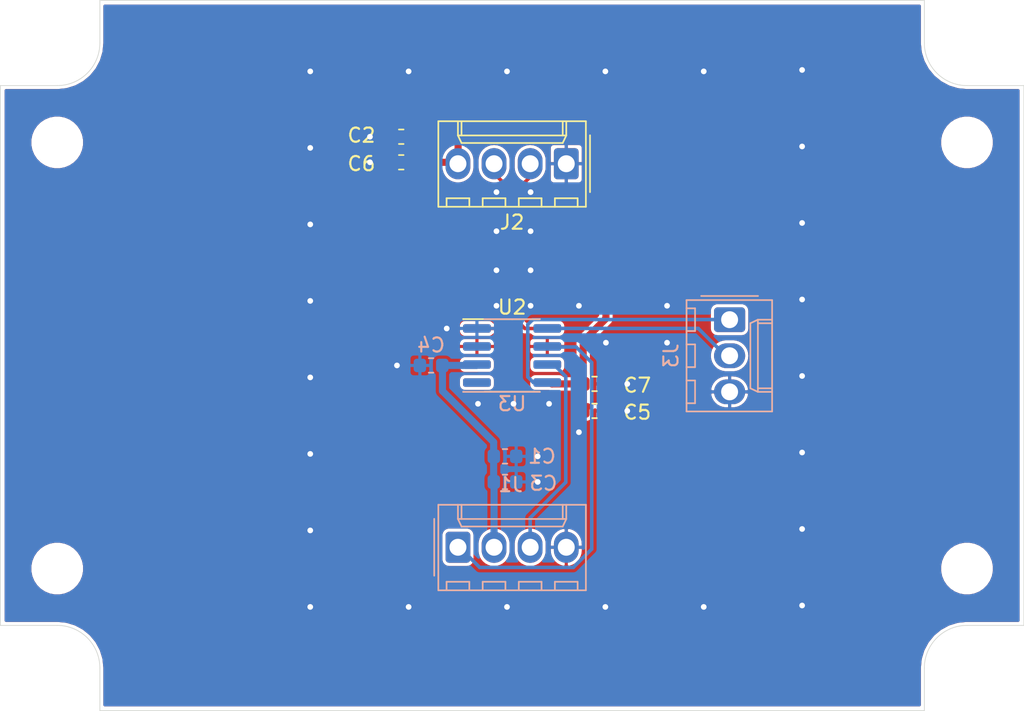
<source format=kicad_pcb>
(kicad_pcb (version 20171130) (host pcbnew "(5.1.6)-1")

  (general
    (thickness 1.6)
    (drawings 20)
    (tracks 97)
    (zones 0)
    (modules 16)
    (nets 15)
  )

  (page A4)
  (layers
    (0 F.Cu signal)
    (31 B.Cu signal)
    (32 B.Adhes user)
    (33 F.Adhes user)
    (34 B.Paste user)
    (35 F.Paste user)
    (36 B.SilkS user)
    (37 F.SilkS user)
    (38 B.Mask user)
    (39 F.Mask user)
    (40 Dwgs.User user)
    (41 Cmts.User user)
    (42 Eco1.User user)
    (43 Eco2.User user)
    (44 Edge.Cuts user)
    (45 Margin user)
    (46 B.CrtYd user)
    (47 F.CrtYd user)
    (48 B.Fab user)
    (49 F.Fab user)
  )

  (setup
    (last_trace_width 0.25)
    (trace_clearance 0.2)
    (zone_clearance 0.22)
    (zone_45_only no)
    (trace_min 0.2)
    (via_size 0.8)
    (via_drill 0.4)
    (via_min_size 0.4)
    (via_min_drill 0.3)
    (uvia_size 0.3)
    (uvia_drill 0.1)
    (uvias_allowed no)
    (uvia_min_size 0.2)
    (uvia_min_drill 0.1)
    (edge_width 0.05)
    (segment_width 0.2)
    (pcb_text_width 0.3)
    (pcb_text_size 1.5 1.5)
    (mod_edge_width 0.12)
    (mod_text_size 1 1)
    (mod_text_width 0.15)
    (pad_size 1.524 1.524)
    (pad_drill 0.762)
    (pad_to_mask_clearance 0.05)
    (aux_axis_origin 0 0)
    (visible_elements 7FFDFFFF)
    (pcbplotparams
      (layerselection 0x010fc_ffffffff)
      (usegerberextensions false)
      (usegerberattributes true)
      (usegerberadvancedattributes true)
      (creategerberjobfile true)
      (excludeedgelayer true)
      (linewidth 0.100000)
      (plotframeref false)
      (viasonmask false)
      (mode 1)
      (useauxorigin false)
      (hpglpennumber 1)
      (hpglpenspeed 20)
      (hpglpendiameter 15.000000)
      (psnegative false)
      (psa4output false)
      (plotreference true)
      (plotvalue true)
      (plotinvisibletext false)
      (padsonsilk false)
      (subtractmaskfromsilk false)
      (outputformat 1)
      (mirror false)
      (drillshape 1)
      (scaleselection 1)
      (outputdirectory ""))
  )

  (net 0 "")
  (net 1 GND)
  (net 2 /AMR+)
  (net 3 /AMR-)
  (net 4 "Net-(J3-Pad2)")
  (net 5 "Net-(J3-Pad1)")
  (net 6 "Net-(U2-Pad6)")
  (net 7 "Net-(U2-Pad4)")
  (net 8 "Net-(U2-Pad3)")
  (net 9 /SCL)
  (net 10 /SDA)
  (net 11 "Net-(U3-Pad3)")
  (net 12 "Net-(U3-Pad1)")
  (net 13 /3V3_WV)
  (net 14 /3V3_A)

  (net_class Default "This is the default net class."
    (clearance 0.2)
    (trace_width 0.25)
    (via_dia 0.8)
    (via_drill 0.4)
    (uvia_dia 0.3)
    (uvia_drill 0.1)
    (add_net /3V3_A)
    (add_net /3V3_WV)
    (add_net /AMR+)
    (add_net /AMR-)
    (add_net /SCL)
    (add_net /SDA)
    (add_net GND)
    (add_net "Net-(J3-Pad1)")
    (add_net "Net-(J3-Pad2)")
    (add_net "Net-(U2-Pad3)")
    (add_net "Net-(U2-Pad4)")
    (add_net "Net-(U2-Pad6)")
    (add_net "Net-(U3-Pad1)")
    (add_net "Net-(U3-Pad3)")
  )

  (module Capacitor_SMD:C_0603_1608Metric (layer F.Cu) (tedit 5B301BBE) (tstamp 62B5C597)
    (at 149.7 103.6)
    (descr "Capacitor SMD 0603 (1608 Metric), square (rectangular) end terminal, IPC_7351 nominal, (Body size source: http://www.tortai-tech.com/upload/download/2011102023233369053.pdf), generated with kicad-footprint-generator")
    (tags capacitor)
    (path /62B85AB5)
    (attr smd)
    (fp_text reference C7 (at 3 0.1) (layer F.SilkS)
      (effects (font (size 1 1) (thickness 0.15)))
    )
    (fp_text value DNF (at 0 1.43) (layer F.Fab)
      (effects (font (size 1 1) (thickness 0.15)))
    )
    (fp_text user %R (at 0 0) (layer F.Fab)
      (effects (font (size 0.4 0.4) (thickness 0.06)))
    )
    (fp_line (start -0.8 0.4) (end -0.8 -0.4) (layer F.Fab) (width 0.1))
    (fp_line (start -0.8 -0.4) (end 0.8 -0.4) (layer F.Fab) (width 0.1))
    (fp_line (start 0.8 -0.4) (end 0.8 0.4) (layer F.Fab) (width 0.1))
    (fp_line (start 0.8 0.4) (end -0.8 0.4) (layer F.Fab) (width 0.1))
    (fp_line (start -0.162779 -0.51) (end 0.162779 -0.51) (layer F.SilkS) (width 0.12))
    (fp_line (start -0.162779 0.51) (end 0.162779 0.51) (layer F.SilkS) (width 0.12))
    (fp_line (start -1.48 0.73) (end -1.48 -0.73) (layer F.CrtYd) (width 0.05))
    (fp_line (start -1.48 -0.73) (end 1.48 -0.73) (layer F.CrtYd) (width 0.05))
    (fp_line (start 1.48 -0.73) (end 1.48 0.73) (layer F.CrtYd) (width 0.05))
    (fp_line (start 1.48 0.73) (end -1.48 0.73) (layer F.CrtYd) (width 0.05))
    (pad 2 smd roundrect (at 0.7875 0) (size 0.875 0.95) (layers F.Cu F.Paste F.Mask) (roundrect_rratio 0.25)
      (net 1 GND))
    (pad 1 smd roundrect (at -0.7875 0) (size 0.875 0.95) (layers F.Cu F.Paste F.Mask) (roundrect_rratio 0.25)
      (net 14 /3V3_A))
    (model ${KISYS3DMOD}/Capacitor_SMD.3dshapes/C_0603_1608Metric.wrl
      (at (xyz 0 0 0))
      (scale (xyz 1 1 1))
      (rotate (xyz 0 0 0))
    )
  )

  (module Capacitor_SMD:C_0603_1608Metric (layer F.Cu) (tedit 5B301BBE) (tstamp 62B5B065)
    (at 136.1 86.2 180)
    (descr "Capacitor SMD 0603 (1608 Metric), square (rectangular) end terminal, IPC_7351 nominal, (Body size source: http://www.tortai-tech.com/upload/download/2011102023233369053.pdf), generated with kicad-footprint-generator")
    (tags capacitor)
    (path /62B77677)
    (attr smd)
    (fp_text reference C6 (at 2.8 -1.9) (layer F.SilkS)
      (effects (font (size 1 1) (thickness 0.15)))
    )
    (fp_text value 10uF (at 0 1.43) (layer F.Fab)
      (effects (font (size 1 1) (thickness 0.15)))
    )
    (fp_text user %R (at 0 0) (layer F.Fab)
      (effects (font (size 0.4 0.4) (thickness 0.06)))
    )
    (fp_line (start -0.8 0.4) (end -0.8 -0.4) (layer F.Fab) (width 0.1))
    (fp_line (start -0.8 -0.4) (end 0.8 -0.4) (layer F.Fab) (width 0.1))
    (fp_line (start 0.8 -0.4) (end 0.8 0.4) (layer F.Fab) (width 0.1))
    (fp_line (start 0.8 0.4) (end -0.8 0.4) (layer F.Fab) (width 0.1))
    (fp_line (start -0.162779 -0.51) (end 0.162779 -0.51) (layer F.SilkS) (width 0.12))
    (fp_line (start -0.162779 0.51) (end 0.162779 0.51) (layer F.SilkS) (width 0.12))
    (fp_line (start -1.48 0.73) (end -1.48 -0.73) (layer F.CrtYd) (width 0.05))
    (fp_line (start -1.48 -0.73) (end 1.48 -0.73) (layer F.CrtYd) (width 0.05))
    (fp_line (start 1.48 -0.73) (end 1.48 0.73) (layer F.CrtYd) (width 0.05))
    (fp_line (start 1.48 0.73) (end -1.48 0.73) (layer F.CrtYd) (width 0.05))
    (pad 2 smd roundrect (at 0.7875 0 180) (size 0.875 0.95) (layers F.Cu F.Paste F.Mask) (roundrect_rratio 0.25)
      (net 1 GND))
    (pad 1 smd roundrect (at -0.7875 0 180) (size 0.875 0.95) (layers F.Cu F.Paste F.Mask) (roundrect_rratio 0.25)
      (net 14 /3V3_A))
    (model ${KISYS3DMOD}/Capacitor_SMD.3dshapes/C_0603_1608Metric.wrl
      (at (xyz 0 0 0))
      (scale (xyz 1 1 1))
      (rotate (xyz 0 0 0))
    )
  )

  (module Capacitor_SMD:C_0603_1608Metric (layer F.Cu) (tedit 5B301BBE) (tstamp 62B5AFF4)
    (at 136.1 88 180)
    (descr "Capacitor SMD 0603 (1608 Metric), square (rectangular) end terminal, IPC_7351 nominal, (Body size source: http://www.tortai-tech.com/upload/download/2011102023233369053.pdf), generated with kicad-footprint-generator")
    (tags capacitor)
    (path /62B7765F)
    (attr smd)
    (fp_text reference C2 (at 2.8 1.9) (layer F.SilkS)
      (effects (font (size 1 1) (thickness 0.15)))
    )
    (fp_text value 100nF (at 0 1.43) (layer F.Fab)
      (effects (font (size 1 1) (thickness 0.15)))
    )
    (fp_text user %R (at 0 0) (layer F.Fab)
      (effects (font (size 0.4 0.4) (thickness 0.06)))
    )
    (fp_line (start -0.8 0.4) (end -0.8 -0.4) (layer F.Fab) (width 0.1))
    (fp_line (start -0.8 -0.4) (end 0.8 -0.4) (layer F.Fab) (width 0.1))
    (fp_line (start 0.8 -0.4) (end 0.8 0.4) (layer F.Fab) (width 0.1))
    (fp_line (start 0.8 0.4) (end -0.8 0.4) (layer F.Fab) (width 0.1))
    (fp_line (start -0.162779 -0.51) (end 0.162779 -0.51) (layer F.SilkS) (width 0.12))
    (fp_line (start -0.162779 0.51) (end 0.162779 0.51) (layer F.SilkS) (width 0.12))
    (fp_line (start -1.48 0.73) (end -1.48 -0.73) (layer F.CrtYd) (width 0.05))
    (fp_line (start -1.48 -0.73) (end 1.48 -0.73) (layer F.CrtYd) (width 0.05))
    (fp_line (start 1.48 -0.73) (end 1.48 0.73) (layer F.CrtYd) (width 0.05))
    (fp_line (start 1.48 0.73) (end -1.48 0.73) (layer F.CrtYd) (width 0.05))
    (pad 2 smd roundrect (at 0.7875 0 180) (size 0.875 0.95) (layers F.Cu F.Paste F.Mask) (roundrect_rratio 0.25)
      (net 1 GND))
    (pad 1 smd roundrect (at -0.7875 0 180) (size 0.875 0.95) (layers F.Cu F.Paste F.Mask) (roundrect_rratio 0.25)
      (net 14 /3V3_A))
    (model ${KISYS3DMOD}/Capacitor_SMD.3dshapes/C_0603_1608Metric.wrl
      (at (xyz 0 0 0))
      (scale (xyz 1 1 1))
      (rotate (xyz 0 0 0))
    )
  )

  (module Package_SO:SOIC-8_3.9x4.9mm_P1.27mm (layer B.Cu) (tedit 5D9F72B1) (tstamp 62B5F039)
    (at 143.9 101.6)
    (descr "SOIC, 8 Pin (JEDEC MS-012AA, https://www.analog.com/media/en/package-pcb-resources/package/pkg_pdf/soic_narrow-r/r_8.pdf), generated with kicad-footprint-generator ipc_gullwing_generator.py")
    (tags "SOIC SO")
    (path /63518BD0)
    (attr smd)
    (fp_text reference U3 (at 0 3.4) (layer B.SilkS)
      (effects (font (size 1 1) (thickness 0.15)) (justify mirror))
    )
    (fp_text value AS5601 (at 0 -3.4) (layer B.Fab)
      (effects (font (size 1 1) (thickness 0.15)) (justify mirror))
    )
    (fp_line (start 3.7 2.7) (end -3.7 2.7) (layer B.CrtYd) (width 0.05))
    (fp_line (start 3.7 -2.7) (end 3.7 2.7) (layer B.CrtYd) (width 0.05))
    (fp_line (start -3.7 -2.7) (end 3.7 -2.7) (layer B.CrtYd) (width 0.05))
    (fp_line (start -3.7 2.7) (end -3.7 -2.7) (layer B.CrtYd) (width 0.05))
    (fp_line (start -1.95 1.475) (end -0.975 2.45) (layer B.Fab) (width 0.1))
    (fp_line (start -1.95 -2.45) (end -1.95 1.475) (layer B.Fab) (width 0.1))
    (fp_line (start 1.95 -2.45) (end -1.95 -2.45) (layer B.Fab) (width 0.1))
    (fp_line (start 1.95 2.45) (end 1.95 -2.45) (layer B.Fab) (width 0.1))
    (fp_line (start -0.975 2.45) (end 1.95 2.45) (layer B.Fab) (width 0.1))
    (fp_line (start 0 2.56) (end -3.45 2.56) (layer B.SilkS) (width 0.12))
    (fp_line (start 0 2.56) (end 1.95 2.56) (layer B.SilkS) (width 0.12))
    (fp_line (start 0 -2.56) (end -1.95 -2.56) (layer B.SilkS) (width 0.12))
    (fp_line (start 0 -2.56) (end 1.95 -2.56) (layer B.SilkS) (width 0.12))
    (fp_text user %R (at 0 0) (layer B.Fab)
      (effects (font (size 0.98 0.98) (thickness 0.15)) (justify mirror))
    )
    (pad 8 smd roundrect (at 2.475 1.905) (size 1.95 0.6) (layers B.Cu B.Paste B.Mask) (roundrect_rratio 0.25)
      (net 5 "Net-(J3-Pad1)"))
    (pad 7 smd roundrect (at 2.475 0.635) (size 1.95 0.6) (layers B.Cu B.Paste B.Mask) (roundrect_rratio 0.25)
      (net 9 /SCL))
    (pad 6 smd roundrect (at 2.475 -0.635) (size 1.95 0.6) (layers B.Cu B.Paste B.Mask) (roundrect_rratio 0.25)
      (net 10 /SDA))
    (pad 5 smd roundrect (at 2.475 -1.905) (size 1.95 0.6) (layers B.Cu B.Paste B.Mask) (roundrect_rratio 0.25)
      (net 4 "Net-(J3-Pad2)"))
    (pad 4 smd roundrect (at -2.475 -1.905) (size 1.95 0.6) (layers B.Cu B.Paste B.Mask) (roundrect_rratio 0.25)
      (net 1 GND))
    (pad 3 smd roundrect (at -2.475 -0.635) (size 1.95 0.6) (layers B.Cu B.Paste B.Mask) (roundrect_rratio 0.25)
      (net 11 "Net-(U3-Pad3)"))
    (pad 2 smd roundrect (at -2.475 0.635) (size 1.95 0.6) (layers B.Cu B.Paste B.Mask) (roundrect_rratio 0.25)
      (net 13 /3V3_WV))
    (pad 1 smd roundrect (at -2.475 1.905) (size 1.95 0.6) (layers B.Cu B.Paste B.Mask) (roundrect_rratio 0.25)
      (net 12 "Net-(U3-Pad1)"))
    (model ${KISYS3DMOD}/Package_SO.3dshapes/SOIC-8_3.9x4.9mm_P1.27mm.wrl
      (at (xyz 0 0 0))
      (scale (xyz 1 1 1))
      (rotate (xyz 0 0 0))
    )
  )

  (module Package_SO:SOIC-8_3.9x4.9mm_P1.27mm (layer F.Cu) (tedit 5D9F72B1) (tstamp 62B5F01F)
    (at 143.9 101.6)
    (descr "SOIC, 8 Pin (JEDEC MS-012AA, https://www.analog.com/media/en/package-pcb-resources/package/pkg_pdf/soic_narrow-r/r_8.pdf), generated with kicad-footprint-generator ipc_gullwing_generator.py")
    (tags "SOIC SO")
    (path /6350E9DD)
    (attr smd)
    (fp_text reference U2 (at 0 -3.4) (layer F.SilkS)
      (effects (font (size 1 1) (thickness 0.15)))
    )
    (fp_text value HMC1501 (at 0 3.4) (layer F.Fab)
      (effects (font (size 1 1) (thickness 0.15)))
    )
    (fp_line (start 3.7 -2.7) (end -3.7 -2.7) (layer F.CrtYd) (width 0.05))
    (fp_line (start 3.7 2.7) (end 3.7 -2.7) (layer F.CrtYd) (width 0.05))
    (fp_line (start -3.7 2.7) (end 3.7 2.7) (layer F.CrtYd) (width 0.05))
    (fp_line (start -3.7 -2.7) (end -3.7 2.7) (layer F.CrtYd) (width 0.05))
    (fp_line (start -1.95 -1.475) (end -0.975 -2.45) (layer F.Fab) (width 0.1))
    (fp_line (start -1.95 2.45) (end -1.95 -1.475) (layer F.Fab) (width 0.1))
    (fp_line (start 1.95 2.45) (end -1.95 2.45) (layer F.Fab) (width 0.1))
    (fp_line (start 1.95 -2.45) (end 1.95 2.45) (layer F.Fab) (width 0.1))
    (fp_line (start -0.975 -2.45) (end 1.95 -2.45) (layer F.Fab) (width 0.1))
    (fp_line (start 0 -2.56) (end -3.45 -2.56) (layer F.SilkS) (width 0.12))
    (fp_line (start 0 -2.56) (end 1.95 -2.56) (layer F.SilkS) (width 0.12))
    (fp_line (start 0 2.56) (end -1.95 2.56) (layer F.SilkS) (width 0.12))
    (fp_line (start 0 2.56) (end 1.95 2.56) (layer F.SilkS) (width 0.12))
    (fp_text user %R (at 0 0) (layer F.Fab)
      (effects (font (size 0.98 0.98) (thickness 0.15)))
    )
    (pad 8 smd roundrect (at 2.475 -1.905) (size 1.95 0.6) (layers F.Cu F.Paste F.Mask) (roundrect_rratio 0.25)
      (net 3 /AMR-))
    (pad 7 smd roundrect (at 2.475 -0.635) (size 1.95 0.6) (layers F.Cu F.Paste F.Mask) (roundrect_rratio 0.25)
      (net 1 GND))
    (pad 6 smd roundrect (at 2.475 0.635) (size 1.95 0.6) (layers F.Cu F.Paste F.Mask) (roundrect_rratio 0.25)
      (net 6 "Net-(U2-Pad6)"))
    (pad 5 smd roundrect (at 2.475 1.905) (size 1.95 0.6) (layers F.Cu F.Paste F.Mask) (roundrect_rratio 0.25)
      (net 14 /3V3_A))
    (pad 4 smd roundrect (at -2.475 1.905) (size 1.95 0.6) (layers F.Cu F.Paste F.Mask) (roundrect_rratio 0.25)
      (net 7 "Net-(U2-Pad4)"))
    (pad 3 smd roundrect (at -2.475 0.635) (size 1.95 0.6) (layers F.Cu F.Paste F.Mask) (roundrect_rratio 0.25)
      (net 8 "Net-(U2-Pad3)"))
    (pad 2 smd roundrect (at -2.475 -0.635) (size 1.95 0.6) (layers F.Cu F.Paste F.Mask) (roundrect_rratio 0.25)
      (net 1 GND))
    (pad 1 smd roundrect (at -2.475 -1.905) (size 1.95 0.6) (layers F.Cu F.Paste F.Mask) (roundrect_rratio 0.25)
      (net 2 /AMR+))
    (model ${KISYS3DMOD}/Package_SO.3dshapes/SOIC-8_3.9x4.9mm_P1.27mm.wrl
      (at (xyz 0 0 0))
      (scale (xyz 1 1 1))
      (rotate (xyz 0 0 0))
    )
  )

  (module Connector_Molex:Molex_KK-254_AE-6410-03A_1x03_P2.54mm_Vertical (layer B.Cu) (tedit 5EA53D3B) (tstamp 62B5F005)
    (at 159.2 99.08 270)
    (descr "Molex KK-254 Interconnect System, old/engineering part number: AE-6410-03A example for new part number: 22-27-2031, 3 Pins (http://www.molex.com/pdm_docs/sd/022272021_sd.pdf), generated with kicad-footprint-generator")
    (tags "connector Molex KK-254 vertical")
    (path /6351D2E5)
    (fp_text reference J3 (at 2.54 4.12 270) (layer B.SilkS)
      (effects (font (size 1 1) (thickness 0.15)) (justify mirror))
    )
    (fp_text value Conn_01x03 (at 2.54 -4.08 270) (layer B.Fab)
      (effects (font (size 1 1) (thickness 0.15)) (justify mirror))
    )
    (fp_line (start 6.85 3.42) (end -1.77 3.42) (layer B.CrtYd) (width 0.05))
    (fp_line (start 6.85 -3.38) (end 6.85 3.42) (layer B.CrtYd) (width 0.05))
    (fp_line (start -1.77 -3.38) (end 6.85 -3.38) (layer B.CrtYd) (width 0.05))
    (fp_line (start -1.77 3.42) (end -1.77 -3.38) (layer B.CrtYd) (width 0.05))
    (fp_line (start 5.88 2.43) (end 5.88 3.03) (layer B.SilkS) (width 0.12))
    (fp_line (start 4.28 2.43) (end 5.88 2.43) (layer B.SilkS) (width 0.12))
    (fp_line (start 4.28 3.03) (end 4.28 2.43) (layer B.SilkS) (width 0.12))
    (fp_line (start 3.34 2.43) (end 3.34 3.03) (layer B.SilkS) (width 0.12))
    (fp_line (start 1.74 2.43) (end 3.34 2.43) (layer B.SilkS) (width 0.12))
    (fp_line (start 1.74 3.03) (end 1.74 2.43) (layer B.SilkS) (width 0.12))
    (fp_line (start 0.8 2.43) (end 0.8 3.03) (layer B.SilkS) (width 0.12))
    (fp_line (start -0.8 2.43) (end 0.8 2.43) (layer B.SilkS) (width 0.12))
    (fp_line (start -0.8 3.03) (end -0.8 2.43) (layer B.SilkS) (width 0.12))
    (fp_line (start 4.83 -2.99) (end 4.83 -1.99) (layer B.SilkS) (width 0.12))
    (fp_line (start 0.25 -2.99) (end 0.25 -1.99) (layer B.SilkS) (width 0.12))
    (fp_line (start 4.83 -1.46) (end 5.08 -1.99) (layer B.SilkS) (width 0.12))
    (fp_line (start 0.25 -1.46) (end 4.83 -1.46) (layer B.SilkS) (width 0.12))
    (fp_line (start 0 -1.99) (end 0.25 -1.46) (layer B.SilkS) (width 0.12))
    (fp_line (start 5.08 -1.99) (end 5.08 -2.99) (layer B.SilkS) (width 0.12))
    (fp_line (start 0 -1.99) (end 5.08 -1.99) (layer B.SilkS) (width 0.12))
    (fp_line (start 0 -2.99) (end 0 -1.99) (layer B.SilkS) (width 0.12))
    (fp_line (start -0.562893 0) (end -1.27 -0.5) (layer B.Fab) (width 0.1))
    (fp_line (start -1.27 0.5) (end -0.562893 0) (layer B.Fab) (width 0.1))
    (fp_line (start -1.67 2) (end -1.67 -2) (layer B.SilkS) (width 0.12))
    (fp_line (start 6.46 3.03) (end -1.38 3.03) (layer B.SilkS) (width 0.12))
    (fp_line (start 6.46 -2.99) (end 6.46 3.03) (layer B.SilkS) (width 0.12))
    (fp_line (start -1.38 -2.99) (end 6.46 -2.99) (layer B.SilkS) (width 0.12))
    (fp_line (start -1.38 3.03) (end -1.38 -2.99) (layer B.SilkS) (width 0.12))
    (fp_line (start 6.35 2.92) (end -1.27 2.92) (layer B.Fab) (width 0.1))
    (fp_line (start 6.35 -2.88) (end 6.35 2.92) (layer B.Fab) (width 0.1))
    (fp_line (start -1.27 -2.88) (end 6.35 -2.88) (layer B.Fab) (width 0.1))
    (fp_line (start -1.27 2.92) (end -1.27 -2.88) (layer B.Fab) (width 0.1))
    (fp_text user %R (at 2.54 2.22 270) (layer B.Fab)
      (effects (font (size 1 1) (thickness 0.15)) (justify mirror))
    )
    (pad 3 thru_hole oval (at 5.08 0 270) (size 1.74 2.19) (drill 1.19) (layers *.Cu *.Mask)
      (net 1 GND))
    (pad 2 thru_hole oval (at 2.54 0 270) (size 1.74 2.19) (drill 1.19) (layers *.Cu *.Mask)
      (net 4 "Net-(J3-Pad2)"))
    (pad 1 thru_hole roundrect (at 0 0 270) (size 1.74 2.19) (drill 1.19) (layers *.Cu *.Mask) (roundrect_rratio 0.143678)
      (net 5 "Net-(J3-Pad1)"))
    (model ${KISYS3DMOD}/Connector_Molex.3dshapes/Molex_KK-254_AE-6410-03A_1x03_P2.54mm_Vertical.wrl
      (at (xyz 0 0 0))
      (scale (xyz 1 1 1))
      (rotate (xyz 0 0 0))
    )
  )

  (module Connector_Molex:Molex_KK-254_AE-6410-04A_1x04_P2.54mm_Vertical (layer F.Cu) (tedit 5EA53D3B) (tstamp 62B5EFDD)
    (at 147.71 88.1 180)
    (descr "Molex KK-254 Interconnect System, old/engineering part number: AE-6410-04A example for new part number: 22-27-2041, 4 Pins (http://www.molex.com/pdm_docs/sd/022272021_sd.pdf), generated with kicad-footprint-generator")
    (tags "connector Molex KK-254 vertical")
    (path /6350FDBA)
    (fp_text reference J2 (at 3.81 -4.12) (layer F.SilkS)
      (effects (font (size 1 1) (thickness 0.15)))
    )
    (fp_text value Conn_01x04 (at 3.81 4.08) (layer F.Fab)
      (effects (font (size 1 1) (thickness 0.15)))
    )
    (fp_line (start 9.39 -3.42) (end -1.77 -3.42) (layer F.CrtYd) (width 0.05))
    (fp_line (start 9.39 3.38) (end 9.39 -3.42) (layer F.CrtYd) (width 0.05))
    (fp_line (start -1.77 3.38) (end 9.39 3.38) (layer F.CrtYd) (width 0.05))
    (fp_line (start -1.77 -3.42) (end -1.77 3.38) (layer F.CrtYd) (width 0.05))
    (fp_line (start 8.42 -2.43) (end 8.42 -3.03) (layer F.SilkS) (width 0.12))
    (fp_line (start 6.82 -2.43) (end 8.42 -2.43) (layer F.SilkS) (width 0.12))
    (fp_line (start 6.82 -3.03) (end 6.82 -2.43) (layer F.SilkS) (width 0.12))
    (fp_line (start 5.88 -2.43) (end 5.88 -3.03) (layer F.SilkS) (width 0.12))
    (fp_line (start 4.28 -2.43) (end 5.88 -2.43) (layer F.SilkS) (width 0.12))
    (fp_line (start 4.28 -3.03) (end 4.28 -2.43) (layer F.SilkS) (width 0.12))
    (fp_line (start 3.34 -2.43) (end 3.34 -3.03) (layer F.SilkS) (width 0.12))
    (fp_line (start 1.74 -2.43) (end 3.34 -2.43) (layer F.SilkS) (width 0.12))
    (fp_line (start 1.74 -3.03) (end 1.74 -2.43) (layer F.SilkS) (width 0.12))
    (fp_line (start 0.8 -2.43) (end 0.8 -3.03) (layer F.SilkS) (width 0.12))
    (fp_line (start -0.8 -2.43) (end 0.8 -2.43) (layer F.SilkS) (width 0.12))
    (fp_line (start -0.8 -3.03) (end -0.8 -2.43) (layer F.SilkS) (width 0.12))
    (fp_line (start 7.37 2.99) (end 7.37 1.99) (layer F.SilkS) (width 0.12))
    (fp_line (start 0.25 2.99) (end 0.25 1.99) (layer F.SilkS) (width 0.12))
    (fp_line (start 7.37 1.46) (end 7.62 1.99) (layer F.SilkS) (width 0.12))
    (fp_line (start 0.25 1.46) (end 7.37 1.46) (layer F.SilkS) (width 0.12))
    (fp_line (start 0 1.99) (end 0.25 1.46) (layer F.SilkS) (width 0.12))
    (fp_line (start 7.62 1.99) (end 7.62 2.99) (layer F.SilkS) (width 0.12))
    (fp_line (start 0 1.99) (end 7.62 1.99) (layer F.SilkS) (width 0.12))
    (fp_line (start 0 2.99) (end 0 1.99) (layer F.SilkS) (width 0.12))
    (fp_line (start -0.562893 0) (end -1.27 0.5) (layer F.Fab) (width 0.1))
    (fp_line (start -1.27 -0.5) (end -0.562893 0) (layer F.Fab) (width 0.1))
    (fp_line (start -1.67 -2) (end -1.67 2) (layer F.SilkS) (width 0.12))
    (fp_line (start 9 -3.03) (end -1.38 -3.03) (layer F.SilkS) (width 0.12))
    (fp_line (start 9 2.99) (end 9 -3.03) (layer F.SilkS) (width 0.12))
    (fp_line (start -1.38 2.99) (end 9 2.99) (layer F.SilkS) (width 0.12))
    (fp_line (start -1.38 -3.03) (end -1.38 2.99) (layer F.SilkS) (width 0.12))
    (fp_line (start 8.89 -2.92) (end -1.27 -2.92) (layer F.Fab) (width 0.1))
    (fp_line (start 8.89 2.88) (end 8.89 -2.92) (layer F.Fab) (width 0.1))
    (fp_line (start -1.27 2.88) (end 8.89 2.88) (layer F.Fab) (width 0.1))
    (fp_line (start -1.27 -2.92) (end -1.27 2.88) (layer F.Fab) (width 0.1))
    (fp_text user %R (at 3.81 -2.22) (layer F.Fab)
      (effects (font (size 1 1) (thickness 0.15)))
    )
    (pad 4 thru_hole oval (at 7.62 0 180) (size 1.74 2.19) (drill 1.19) (layers *.Cu *.Mask)
      (net 14 /3V3_A))
    (pad 3 thru_hole oval (at 5.08 0 180) (size 1.74 2.19) (drill 1.19) (layers *.Cu *.Mask)
      (net 2 /AMR+))
    (pad 2 thru_hole oval (at 2.54 0 180) (size 1.74 2.19) (drill 1.19) (layers *.Cu *.Mask)
      (net 3 /AMR-))
    (pad 1 thru_hole roundrect (at 0 0 180) (size 1.74 2.19) (drill 1.19) (layers *.Cu *.Mask) (roundrect_rratio 0.143678)
      (net 1 GND))
    (model ${KISYS3DMOD}/Connector_Molex.3dshapes/Molex_KK-254_AE-6410-04A_1x04_P2.54mm_Vertical.wrl
      (at (xyz 0 0 0))
      (scale (xyz 1 1 1))
      (rotate (xyz 0 0 0))
    )
  )

  (module Connector_Molex:Molex_KK-254_AE-6410-04A_1x04_P2.54mm_Vertical (layer B.Cu) (tedit 5EA53D3B) (tstamp 62B5EFB1)
    (at 140.09 115.1)
    (descr "Molex KK-254 Interconnect System, old/engineering part number: AE-6410-04A example for new part number: 22-27-2041, 4 Pins (http://www.molex.com/pdm_docs/sd/022272021_sd.pdf), generated with kicad-footprint-generator")
    (tags "connector Molex KK-254 vertical")
    (path /634F3453)
    (fp_text reference J1 (at 3.7 -4.4) (layer B.SilkS)
      (effects (font (size 1 1) (thickness 0.15)) (justify mirror))
    )
    (fp_text value Conn_01x04 (at 3.81 -4.08) (layer B.Fab)
      (effects (font (size 1 1) (thickness 0.15)) (justify mirror))
    )
    (fp_line (start 9.39 3.42) (end -1.77 3.42) (layer B.CrtYd) (width 0.05))
    (fp_line (start 9.39 -3.38) (end 9.39 3.42) (layer B.CrtYd) (width 0.05))
    (fp_line (start -1.77 -3.38) (end 9.39 -3.38) (layer B.CrtYd) (width 0.05))
    (fp_line (start -1.77 3.42) (end -1.77 -3.38) (layer B.CrtYd) (width 0.05))
    (fp_line (start 8.42 2.43) (end 8.42 3.03) (layer B.SilkS) (width 0.12))
    (fp_line (start 6.82 2.43) (end 8.42 2.43) (layer B.SilkS) (width 0.12))
    (fp_line (start 6.82 3.03) (end 6.82 2.43) (layer B.SilkS) (width 0.12))
    (fp_line (start 5.88 2.43) (end 5.88 3.03) (layer B.SilkS) (width 0.12))
    (fp_line (start 4.28 2.43) (end 5.88 2.43) (layer B.SilkS) (width 0.12))
    (fp_line (start 4.28 3.03) (end 4.28 2.43) (layer B.SilkS) (width 0.12))
    (fp_line (start 3.34 2.43) (end 3.34 3.03) (layer B.SilkS) (width 0.12))
    (fp_line (start 1.74 2.43) (end 3.34 2.43) (layer B.SilkS) (width 0.12))
    (fp_line (start 1.74 3.03) (end 1.74 2.43) (layer B.SilkS) (width 0.12))
    (fp_line (start 0.8 2.43) (end 0.8 3.03) (layer B.SilkS) (width 0.12))
    (fp_line (start -0.8 2.43) (end 0.8 2.43) (layer B.SilkS) (width 0.12))
    (fp_line (start -0.8 3.03) (end -0.8 2.43) (layer B.SilkS) (width 0.12))
    (fp_line (start 7.37 -2.99) (end 7.37 -1.99) (layer B.SilkS) (width 0.12))
    (fp_line (start 0.25 -2.99) (end 0.25 -1.99) (layer B.SilkS) (width 0.12))
    (fp_line (start 7.37 -1.46) (end 7.62 -1.99) (layer B.SilkS) (width 0.12))
    (fp_line (start 0.25 -1.46) (end 7.37 -1.46) (layer B.SilkS) (width 0.12))
    (fp_line (start 0 -1.99) (end 0.25 -1.46) (layer B.SilkS) (width 0.12))
    (fp_line (start 7.62 -1.99) (end 7.62 -2.99) (layer B.SilkS) (width 0.12))
    (fp_line (start 0 -1.99) (end 7.62 -1.99) (layer B.SilkS) (width 0.12))
    (fp_line (start 0 -2.99) (end 0 -1.99) (layer B.SilkS) (width 0.12))
    (fp_line (start -0.562893 0) (end -1.27 -0.5) (layer B.Fab) (width 0.1))
    (fp_line (start -1.27 0.5) (end -0.562893 0) (layer B.Fab) (width 0.1))
    (fp_line (start -1.67 2) (end -1.67 -2) (layer B.SilkS) (width 0.12))
    (fp_line (start 9 3.03) (end -1.38 3.03) (layer B.SilkS) (width 0.12))
    (fp_line (start 9 -2.99) (end 9 3.03) (layer B.SilkS) (width 0.12))
    (fp_line (start -1.38 -2.99) (end 9 -2.99) (layer B.SilkS) (width 0.12))
    (fp_line (start -1.38 3.03) (end -1.38 -2.99) (layer B.SilkS) (width 0.12))
    (fp_line (start 8.89 2.92) (end -1.27 2.92) (layer B.Fab) (width 0.1))
    (fp_line (start 8.89 -2.88) (end 8.89 2.92) (layer B.Fab) (width 0.1))
    (fp_line (start -1.27 -2.88) (end 8.89 -2.88) (layer B.Fab) (width 0.1))
    (fp_line (start -1.27 2.92) (end -1.27 -2.88) (layer B.Fab) (width 0.1))
    (fp_text user %R (at 3.81 2.22) (layer B.Fab)
      (effects (font (size 1 1) (thickness 0.15)) (justify mirror))
    )
    (pad 4 thru_hole oval (at 7.62 0) (size 1.74 2.19) (drill 1.19) (layers *.Cu *.Mask)
      (net 1 GND))
    (pad 3 thru_hole oval (at 5.08 0) (size 1.74 2.19) (drill 1.19) (layers *.Cu *.Mask)
      (net 9 /SCL))
    (pad 2 thru_hole oval (at 2.54 0) (size 1.74 2.19) (drill 1.19) (layers *.Cu *.Mask)
      (net 13 /3V3_WV))
    (pad 1 thru_hole roundrect (at 0 0) (size 1.74 2.19) (drill 1.19) (layers *.Cu *.Mask) (roundrect_rratio 0.143678)
      (net 10 /SDA))
    (model ${KISYS3DMOD}/Connector_Molex.3dshapes/Molex_KK-254_AE-6410-04A_1x04_P2.54mm_Vertical.wrl
      (at (xyz 0 0 0))
      (scale (xyz 1 1 1))
      (rotate (xyz 0 0 0))
    )
  )

  (module Capacitor_SMD:C_0603_1608Metric (layer F.Cu) (tedit 5B301BBE) (tstamp 62B5EF85)
    (at 149.7 105.5)
    (descr "Capacitor SMD 0603 (1608 Metric), square (rectangular) end terminal, IPC_7351 nominal, (Body size source: http://www.tortai-tech.com/upload/download/2011102023233369053.pdf), generated with kicad-footprint-generator")
    (tags capacitor)
    (path /63515984)
    (attr smd)
    (fp_text reference C5 (at 3 0.1) (layer F.SilkS)
      (effects (font (size 1 1) (thickness 0.15)))
    )
    (fp_text value DNF (at 0 1.43) (layer F.Fab)
      (effects (font (size 1 1) (thickness 0.15)))
    )
    (fp_line (start 1.48 0.73) (end -1.48 0.73) (layer F.CrtYd) (width 0.05))
    (fp_line (start 1.48 -0.73) (end 1.48 0.73) (layer F.CrtYd) (width 0.05))
    (fp_line (start -1.48 -0.73) (end 1.48 -0.73) (layer F.CrtYd) (width 0.05))
    (fp_line (start -1.48 0.73) (end -1.48 -0.73) (layer F.CrtYd) (width 0.05))
    (fp_line (start -0.162779 0.51) (end 0.162779 0.51) (layer F.SilkS) (width 0.12))
    (fp_line (start -0.162779 -0.51) (end 0.162779 -0.51) (layer F.SilkS) (width 0.12))
    (fp_line (start 0.8 0.4) (end -0.8 0.4) (layer F.Fab) (width 0.1))
    (fp_line (start 0.8 -0.4) (end 0.8 0.4) (layer F.Fab) (width 0.1))
    (fp_line (start -0.8 -0.4) (end 0.8 -0.4) (layer F.Fab) (width 0.1))
    (fp_line (start -0.8 0.4) (end -0.8 -0.4) (layer F.Fab) (width 0.1))
    (fp_text user %R (at 0 0) (layer F.Fab)
      (effects (font (size 0.4 0.4) (thickness 0.06)))
    )
    (pad 2 smd roundrect (at 0.7875 0) (size 0.875 0.95) (layers F.Cu F.Paste F.Mask) (roundrect_rratio 0.25)
      (net 1 GND))
    (pad 1 smd roundrect (at -0.7875 0) (size 0.875 0.95) (layers F.Cu F.Paste F.Mask) (roundrect_rratio 0.25)
      (net 14 /3V3_A))
    (model ${KISYS3DMOD}/Capacitor_SMD.3dshapes/C_0603_1608Metric.wrl
      (at (xyz 0 0 0))
      (scale (xyz 1 1 1))
      (rotate (xyz 0 0 0))
    )
  )

  (module Capacitor_SMD:C_0603_1608Metric (layer B.Cu) (tedit 5B301BBE) (tstamp 62B5EF74)
    (at 138.2 102.3 180)
    (descr "Capacitor SMD 0603 (1608 Metric), square (rectangular) end terminal, IPC_7351 nominal, (Body size source: http://www.tortai-tech.com/upload/download/2011102023233369053.pdf), generated with kicad-footprint-generator")
    (tags capacitor)
    (path /63519CAC)
    (attr smd)
    (fp_text reference C4 (at 0 1.43) (layer B.SilkS)
      (effects (font (size 1 1) (thickness 0.15)) (justify mirror))
    )
    (fp_text value 100nF (at 0 -1.43) (layer B.Fab)
      (effects (font (size 1 1) (thickness 0.15)) (justify mirror))
    )
    (fp_line (start 1.48 -0.73) (end -1.48 -0.73) (layer B.CrtYd) (width 0.05))
    (fp_line (start 1.48 0.73) (end 1.48 -0.73) (layer B.CrtYd) (width 0.05))
    (fp_line (start -1.48 0.73) (end 1.48 0.73) (layer B.CrtYd) (width 0.05))
    (fp_line (start -1.48 -0.73) (end -1.48 0.73) (layer B.CrtYd) (width 0.05))
    (fp_line (start -0.162779 -0.51) (end 0.162779 -0.51) (layer B.SilkS) (width 0.12))
    (fp_line (start -0.162779 0.51) (end 0.162779 0.51) (layer B.SilkS) (width 0.12))
    (fp_line (start 0.8 -0.4) (end -0.8 -0.4) (layer B.Fab) (width 0.1))
    (fp_line (start 0.8 0.4) (end 0.8 -0.4) (layer B.Fab) (width 0.1))
    (fp_line (start -0.8 0.4) (end 0.8 0.4) (layer B.Fab) (width 0.1))
    (fp_line (start -0.8 -0.4) (end -0.8 0.4) (layer B.Fab) (width 0.1))
    (fp_text user %R (at 0 0) (layer B.Fab)
      (effects (font (size 0.4 0.4) (thickness 0.06)) (justify mirror))
    )
    (pad 2 smd roundrect (at 0.7875 0 180) (size 0.875 0.95) (layers B.Cu B.Paste B.Mask) (roundrect_rratio 0.25)
      (net 1 GND))
    (pad 1 smd roundrect (at -0.7875 0 180) (size 0.875 0.95) (layers B.Cu B.Paste B.Mask) (roundrect_rratio 0.25)
      (net 13 /3V3_WV))
    (model ${KISYS3DMOD}/Capacitor_SMD.3dshapes/C_0603_1608Metric.wrl
      (at (xyz 0 0 0))
      (scale (xyz 1 1 1))
      (rotate (xyz 0 0 0))
    )
  )

  (module Capacitor_SMD:C_0603_1608Metric (layer B.Cu) (tedit 5B301BBE) (tstamp 62B5EF63)
    (at 143.4 110.5)
    (descr "Capacitor SMD 0603 (1608 Metric), square (rectangular) end terminal, IPC_7351 nominal, (Body size source: http://www.tortai-tech.com/upload/download/2011102023233369053.pdf), generated with kicad-footprint-generator")
    (tags capacitor)
    (path /62A2CA47)
    (attr smd)
    (fp_text reference C3 (at 2.7 0.1) (layer B.SilkS)
      (effects (font (size 1 1) (thickness 0.15)) (justify mirror))
    )
    (fp_text value 10uF (at 0 -1.43) (layer B.Fab)
      (effects (font (size 1 1) (thickness 0.15)) (justify mirror))
    )
    (fp_line (start 1.48 -0.73) (end -1.48 -0.73) (layer B.CrtYd) (width 0.05))
    (fp_line (start 1.48 0.73) (end 1.48 -0.73) (layer B.CrtYd) (width 0.05))
    (fp_line (start -1.48 0.73) (end 1.48 0.73) (layer B.CrtYd) (width 0.05))
    (fp_line (start -1.48 -0.73) (end -1.48 0.73) (layer B.CrtYd) (width 0.05))
    (fp_line (start -0.162779 -0.51) (end 0.162779 -0.51) (layer B.SilkS) (width 0.12))
    (fp_line (start -0.162779 0.51) (end 0.162779 0.51) (layer B.SilkS) (width 0.12))
    (fp_line (start 0.8 -0.4) (end -0.8 -0.4) (layer B.Fab) (width 0.1))
    (fp_line (start 0.8 0.4) (end 0.8 -0.4) (layer B.Fab) (width 0.1))
    (fp_line (start -0.8 0.4) (end 0.8 0.4) (layer B.Fab) (width 0.1))
    (fp_line (start -0.8 -0.4) (end -0.8 0.4) (layer B.Fab) (width 0.1))
    (fp_text user %R (at 0 0) (layer B.Fab)
      (effects (font (size 0.4 0.4) (thickness 0.06)) (justify mirror))
    )
    (pad 2 smd roundrect (at 0.7875 0) (size 0.875 0.95) (layers B.Cu B.Paste B.Mask) (roundrect_rratio 0.25)
      (net 1 GND))
    (pad 1 smd roundrect (at -0.7875 0) (size 0.875 0.95) (layers B.Cu B.Paste B.Mask) (roundrect_rratio 0.25)
      (net 13 /3V3_WV))
    (model ${KISYS3DMOD}/Capacitor_SMD.3dshapes/C_0603_1608Metric.wrl
      (at (xyz 0 0 0))
      (scale (xyz 1 1 1))
      (rotate (xyz 0 0 0))
    )
  )

  (module Capacitor_SMD:C_0603_1608Metric (layer B.Cu) (tedit 5B301BBE) (tstamp 62B5EF52)
    (at 143.4 108.7)
    (descr "Capacitor SMD 0603 (1608 Metric), square (rectangular) end terminal, IPC_7351 nominal, (Body size source: http://www.tortai-tech.com/upload/download/2011102023233369053.pdf), generated with kicad-footprint-generator")
    (tags capacitor)
    (path /63494D2A)
    (attr smd)
    (fp_text reference C1 (at 2.6 0) (layer B.SilkS)
      (effects (font (size 1 1) (thickness 0.15)) (justify mirror))
    )
    (fp_text value 100nF (at 0 -1.43) (layer B.Fab)
      (effects (font (size 1 1) (thickness 0.15)) (justify mirror))
    )
    (fp_line (start 1.48 -0.73) (end -1.48 -0.73) (layer B.CrtYd) (width 0.05))
    (fp_line (start 1.48 0.73) (end 1.48 -0.73) (layer B.CrtYd) (width 0.05))
    (fp_line (start -1.48 0.73) (end 1.48 0.73) (layer B.CrtYd) (width 0.05))
    (fp_line (start -1.48 -0.73) (end -1.48 0.73) (layer B.CrtYd) (width 0.05))
    (fp_line (start -0.162779 -0.51) (end 0.162779 -0.51) (layer B.SilkS) (width 0.12))
    (fp_line (start -0.162779 0.51) (end 0.162779 0.51) (layer B.SilkS) (width 0.12))
    (fp_line (start 0.8 -0.4) (end -0.8 -0.4) (layer B.Fab) (width 0.1))
    (fp_line (start 0.8 0.4) (end 0.8 -0.4) (layer B.Fab) (width 0.1))
    (fp_line (start -0.8 0.4) (end 0.8 0.4) (layer B.Fab) (width 0.1))
    (fp_line (start -0.8 -0.4) (end -0.8 0.4) (layer B.Fab) (width 0.1))
    (fp_text user %R (at 0 0) (layer B.Fab)
      (effects (font (size 0.4 0.4) (thickness 0.06)) (justify mirror))
    )
    (pad 2 smd roundrect (at 0.7875 0) (size 0.875 0.95) (layers B.Cu B.Paste B.Mask) (roundrect_rratio 0.25)
      (net 1 GND))
    (pad 1 smd roundrect (at -0.7875 0) (size 0.875 0.95) (layers B.Cu B.Paste B.Mask) (roundrect_rratio 0.25)
      (net 13 /3V3_WV))
    (model ${KISYS3DMOD}/Capacitor_SMD.3dshapes/C_0603_1608Metric.wrl
      (at (xyz 0 0 0))
      (scale (xyz 1 1 1))
      (rotate (xyz 0 0 0))
    )
  )

  (module MountingHole:MountingHole_3.2mm_M3 (layer F.Cu) (tedit 56D1B4CB) (tstamp 62B5A322)
    (at 111.9 116.6)
    (descr "Mounting Hole 3.2mm, no annular, M3")
    (tags "mounting hole 3.2mm no annular m3")
    (attr virtual)
    (fp_text reference REF** (at 0 -4.2) (layer F.SilkS) hide
      (effects (font (size 1 1) (thickness 0.15)))
    )
    (fp_text value MountingHole_3.2mm_M3 (at 0 4.2) (layer F.Fab)
      (effects (font (size 1 1) (thickness 0.15)))
    )
    (fp_circle (center 0 0) (end 3.45 0) (layer F.CrtYd) (width 0.05))
    (fp_circle (center 0 0) (end 3.2 0) (layer Cmts.User) (width 0.15))
    (fp_text user %R (at 0.3 0) (layer F.Fab)
      (effects (font (size 1 1) (thickness 0.15)))
    )
    (pad 1 np_thru_hole circle (at 0 0) (size 3.2 3.2) (drill 3.2) (layers *.Cu *.Mask))
  )

  (module MountingHole:MountingHole_3.2mm_M3 (layer F.Cu) (tedit 56D1B4CB) (tstamp 62B5A31B)
    (at 111.9 86.6)
    (descr "Mounting Hole 3.2mm, no annular, M3")
    (tags "mounting hole 3.2mm no annular m3")
    (attr virtual)
    (fp_text reference REF** (at 0 -4.2) (layer F.SilkS) hide
      (effects (font (size 1 1) (thickness 0.15)))
    )
    (fp_text value MountingHole_3.2mm_M3 (at 0 4.2) (layer F.Fab)
      (effects (font (size 1 1) (thickness 0.15)))
    )
    (fp_circle (center 0 0) (end 3.45 0) (layer F.CrtYd) (width 0.05))
    (fp_circle (center 0 0) (end 3.2 0) (layer Cmts.User) (width 0.15))
    (fp_text user %R (at 0.3 0) (layer F.Fab)
      (effects (font (size 1 1) (thickness 0.15)))
    )
    (pad 1 np_thru_hole circle (at 0 0) (size 3.2 3.2) (drill 3.2) (layers *.Cu *.Mask))
  )

  (module MountingHole:MountingHole_3.2mm_M3 (layer F.Cu) (tedit 56D1B4CB) (tstamp 62B5A314)
    (at 175.9 116.6)
    (descr "Mounting Hole 3.2mm, no annular, M3")
    (tags "mounting hole 3.2mm no annular m3")
    (attr virtual)
    (fp_text reference REF** (at 3 -4.8 90) (layer F.SilkS) hide
      (effects (font (size 1 1) (thickness 0.15)))
    )
    (fp_text value MountingHole_3.2mm_M3 (at 0 4.2) (layer F.Fab)
      (effects (font (size 1 1) (thickness 0.15)))
    )
    (fp_circle (center 0 0) (end 3.45 0) (layer F.CrtYd) (width 0.05))
    (fp_circle (center 0 0) (end 3.2 0) (layer Cmts.User) (width 0.15))
    (fp_text user %R (at 0.3 0) (layer F.Fab)
      (effects (font (size 1 1) (thickness 0.15)))
    )
    (pad 1 np_thru_hole circle (at 0 0) (size 3.2 3.2) (drill 3.2) (layers *.Cu *.Mask))
  )

  (module MountingHole:MountingHole_3.2mm_M3 (layer F.Cu) (tedit 56D1B4CB) (tstamp 62B5A30D)
    (at 175.9 86.6)
    (descr "Mounting Hole 3.2mm, no annular, M3")
    (tags "mounting hole 3.2mm no annular m3")
    (attr virtual)
    (fp_text reference REF** (at 0 -4.2) (layer F.SilkS) hide
      (effects (font (size 1 1) (thickness 0.15)))
    )
    (fp_text value MountingHole_3.2mm_M3 (at 0 4.2) (layer F.Fab)
      (effects (font (size 1 1) (thickness 0.15)))
    )
    (fp_circle (center 0 0) (end 3.45 0) (layer F.CrtYd) (width 0.05))
    (fp_circle (center 0 0) (end 3.2 0) (layer Cmts.User) (width 0.15))
    (fp_text user %R (at 0.3 0) (layer F.Fab)
      (effects (font (size 1 1) (thickness 0.15)))
    )
    (pad 1 np_thru_hole circle (at 0 0) (size 3.2 3.2) (drill 3.2) (layers *.Cu *.Mask))
  )

  (gr_line (start 107.9 120.6) (end 107.9 82.6) (layer Edge.Cuts) (width 0.05) (tstamp 62B5ED6A))
  (gr_line (start 114.9 126.6) (end 114.9 123.6) (layer Edge.Cuts) (width 0.05) (tstamp 62B5A30C))
  (gr_line (start 179.9 120.6) (end 179.9 82.6) (layer Edge.Cuts) (width 0.05) (tstamp 62B5A30B))
  (gr_arc (start 175.9 123.6) (end 175.9 120.6) (angle -90) (layer Edge.Cuts) (width 0.05) (tstamp 62B5A30A))
  (gr_line (start 175.9 86.6) (end 175.9 116.6) (layer Dwgs.User) (width 0.05) (tstamp 62B5A309))
  (gr_line (start 114.9 76.6) (end 172.9 76.6) (layer Edge.Cuts) (width 0.05) (tstamp 62B5A308))
  (gr_line (start 111.9 116.6) (end 175.9 116.6) (layer Dwgs.User) (width 0.05) (tstamp 62B5A307))
  (gr_arc (start 111.9 123.6) (end 111.9 120.6) (angle 90) (layer Edge.Cuts) (width 0.05) (tstamp 62B5A306))
  (gr_line (start 114.9 126.6) (end 172.9 126.6) (layer Edge.Cuts) (width 0.05) (tstamp 62B5A305))
  (gr_line (start 111.1 86.6) (end 175.1 86.6) (layer Dwgs.User) (width 0.05) (tstamp 62B5A304))
  (gr_line (start 172.9 126.6) (end 172.9 123.6) (layer Edge.Cuts) (width 0.05) (tstamp 62B5A303))
  (gr_line (start 179.9 120.6) (end 175.9 120.6) (layer Edge.Cuts) (width 0.05) (tstamp 62B5A302))
  (gr_line (start 107.9 120.6) (end 111.9 120.6) (layer Edge.Cuts) (width 0.05) (tstamp 62B5A301))
  (gr_line (start 111.9 86.6) (end 111.9 116.6) (layer Dwgs.User) (width 0.05) (tstamp 62B5A300))
  (gr_line (start 114.9 76.6) (end 114.9 79.6) (layer Edge.Cuts) (width 0.05) (tstamp 62B5A2FF))
  (gr_arc (start 175.9 79.6) (end 175.9 82.6) (angle 90) (layer Edge.Cuts) (width 0.05) (tstamp 62B5A2FE))
  (gr_line (start 172.9 76.6) (end 172.9 79.6) (layer Edge.Cuts) (width 0.05) (tstamp 62B5A2FD))
  (gr_line (start 179.9 82.6) (end 175.9 82.6) (layer Edge.Cuts) (width 0.05) (tstamp 62B5A2FC))
  (gr_line (start 107.9 82.6) (end 111.9 82.6) (layer Edge.Cuts) (width 0.05) (tstamp 62B5A2FA))
  (gr_arc (start 111.9 79.6) (end 111.9 82.6) (angle -90) (layer Edge.Cuts) (width 0.05) (tstamp 62B5A2F9))

  (via (at 152 103.6) (size 0.8) (drill 0.4) (layers F.Cu B.Cu) (net 1))
  (via (at 152 105.5) (size 0.8) (drill 0.4) (layers F.Cu B.Cu) (net 1))
  (via (at 139.3 99.7) (size 0.8) (drill 0.4) (layers F.Cu B.Cu) (net 1))
  (via (at 142.8 98.1) (size 0.8) (drill 0.4) (layers F.Cu B.Cu) (net 1))
  (via (at 145.2 98.1) (size 0.8) (drill 0.4) (layers F.Cu B.Cu) (net 1))
  (via (at 135.8 102.3) (size 0.8) (drill 0.4) (layers F.Cu B.Cu) (net 1))
  (via (at 145.7 108.7) (size 0.8) (drill 0.4) (layers F.Cu B.Cu) (net 1))
  (via (at 145.7 110.5) (size 0.8) (drill 0.4) (layers F.Cu B.Cu) (net 1))
  (via (at 150.5 100.7) (size 0.8) (drill 0.4) (layers F.Cu B.Cu) (net 1))
  (via (at 154.8 100.7) (size 0.8) (drill 0.4) (layers F.Cu B.Cu) (net 1))
  (via (at 154.8 98.1) (size 0.8) (drill 0.4) (layers F.Cu B.Cu) (net 1))
  (via (at 133.9 86.2) (size 0.8) (drill 0.4) (layers F.Cu B.Cu) (net 1))
  (via (at 133.9 88) (size 0.8) (drill 0.4) (layers F.Cu B.Cu) (net 1))
  (via (at 129.7 81.6) (size 0.8) (drill 0.4) (layers F.Cu B.Cu) (net 1))
  (via (at 136.62 81.6) (size 0.8) (drill 0.4) (layers F.Cu B.Cu) (net 1))
  (via (at 143.54 81.6) (size 0.8) (drill 0.4) (layers F.Cu B.Cu) (net 1))
  (via (at 150.46 81.6) (size 0.8) (drill 0.4) (layers F.Cu B.Cu) (net 1))
  (via (at 157.38 81.6) (size 0.8) (drill 0.4) (layers F.Cu B.Cu) (net 1))
  (via (at 129.7 86.985714) (size 0.8) (drill 0.4) (layers F.Cu B.Cu) (net 1))
  (via (at 129.7 92.371428) (size 0.8) (drill 0.4) (layers F.Cu B.Cu) (net 1))
  (via (at 129.7 97.757142) (size 0.8) (drill 0.4) (layers F.Cu B.Cu) (net 1))
  (via (at 129.7 103.142856) (size 0.8) (drill 0.4) (layers F.Cu B.Cu) (net 1))
  (via (at 129.7 108.52857) (size 0.8) (drill 0.4) (layers F.Cu B.Cu) (net 1))
  (via (at 129.7 113.914284) (size 0.8) (drill 0.4) (layers F.Cu B.Cu) (net 1))
  (via (at 129.7 119.3) (size 0.8) (drill 0.4) (layers F.Cu B.Cu) (net 1))
  (via (at 136.62 119.3) (size 0.8) (drill 0.4) (layers F.Cu B.Cu) (net 1) (tstamp 62B5F3C4))
  (via (at 150.46 119.3) (size 0.8) (drill 0.4) (layers F.Cu B.Cu) (net 1) (tstamp 62B5F3C6))
  (via (at 143.54 119.3) (size 0.8) (drill 0.4) (layers F.Cu B.Cu) (net 1) (tstamp 62B5F3C7))
  (via (at 157.38 119.3) (size 0.8) (drill 0.4) (layers F.Cu B.Cu) (net 1) (tstamp 62B5F3C8))
  (via (at 164.3 86.885714) (size 0.8) (drill 0.4) (layers F.Cu B.Cu) (net 1) (tstamp 62B5F400))
  (via (at 164.3 97.657142) (size 0.8) (drill 0.4) (layers F.Cu B.Cu) (net 1) (tstamp 62B5F401))
  (via (at 164.3 108.42857) (size 0.8) (drill 0.4) (layers F.Cu B.Cu) (net 1) (tstamp 62B5F402))
  (via (at 164.3 119.2) (size 0.8) (drill 0.4) (layers F.Cu B.Cu) (net 1) (tstamp 62B5F403))
  (via (at 164.3 92.271428) (size 0.8) (drill 0.4) (layers F.Cu B.Cu) (net 1) (tstamp 62B5F404))
  (via (at 164.3 103.042856) (size 0.8) (drill 0.4) (layers F.Cu B.Cu) (net 1) (tstamp 62B5F405))
  (via (at 164.3 81.5) (size 0.8) (drill 0.4) (layers F.Cu B.Cu) (net 1) (tstamp 62B5F406))
  (via (at 164.3 113.814284) (size 0.8) (drill 0.4) (layers F.Cu B.Cu) (net 1) (tstamp 62B5F407))
  (via (at 142.8 95.6) (size 0.8) (drill 0.4) (layers F.Cu B.Cu) (net 1))
  (via (at 145.2 95.6) (size 0.8) (drill 0.4) (layers F.Cu B.Cu) (net 1))
  (via (at 142.8 92.85) (size 0.8) (drill 0.4) (layers F.Cu B.Cu) (net 1))
  (via (at 145.2 92.85) (size 0.8) (drill 0.4) (layers F.Cu B.Cu) (net 1))
  (via (at 142.8 90.1) (size 0.8) (drill 0.4) (layers F.Cu B.Cu) (net 1))
  (via (at 145.2 90.1) (size 0.8) (drill 0.4) (layers F.Cu B.Cu) (net 1))
  (via (at 148.6 98.1) (size 0.8) (drill 0.4) (layers F.Cu B.Cu) (net 1))
  (via (at 148.6 107) (size 0.8) (drill 0.4) (layers F.Cu B.Cu) (net 1))
  (via (at 141.5 105) (size 0.8) (drill 0.4) (layers F.Cu B.Cu) (net 1))
  (via (at 144 105) (size 0.8) (drill 0.4) (layers F.Cu B.Cu) (net 1))
  (via (at 146.5 105) (size 0.8) (drill 0.4) (layers F.Cu B.Cu) (net 1))
  (segment (start 143.8 99.2) (end 143.3 99.7) (width 0.25) (layer F.Cu) (net 2))
  (segment (start 142.63 88.1) (end 142.63 88.78) (width 0.25) (layer F.Cu) (net 2))
  (segment (start 143.3 99.7) (end 141.5 99.7) (width 0.25) (layer F.Cu) (net 2))
  (segment (start 142.63 88.78) (end 143.8 89.95) (width 0.25) (layer F.Cu) (net 2))
  (segment (start 143.8 89.95) (end 143.8 99.2) (width 0.25) (layer F.Cu) (net 2))
  (segment (start 146 99.7) (end 146.1 99.6) (width 0.25) (layer F.Cu) (net 3))
  (segment (start 145.17 88.1) (end 145.17 89.03) (width 0.25) (layer F.Cu) (net 3))
  (segment (start 145.17 89.03) (end 144.25001 89.94999) (width 0.25) (layer F.Cu) (net 3))
  (segment (start 144.25001 99.15001) (end 144.8 99.7) (width 0.25) (layer F.Cu) (net 3))
  (segment (start 144.8 99.7) (end 146 99.7) (width 0.25) (layer F.Cu) (net 3))
  (segment (start 144.25001 89.94999) (end 144.25001 99.15001) (width 0.25) (layer F.Cu) (net 3))
  (segment (start 146.375 99.695) (end 156.995 99.695) (width 0.25) (layer B.Cu) (net 4))
  (segment (start 156.995 99.695) (end 159 101.7) (width 0.25) (layer B.Cu) (net 4))
  (segment (start 145.4 103.505) (end 145 103.105) (width 0.25) (layer B.Cu) (net 5))
  (segment (start 146.375 103.505) (end 145.4 103.505) (width 0.25) (layer B.Cu) (net 5))
  (segment (start 145.353242 99.06999) (end 159.26999 99.06999) (width 0.25) (layer B.Cu) (net 5))
  (segment (start 145 103.105) (end 145 99.423232) (width 0.25) (layer B.Cu) (net 5))
  (segment (start 145 99.423232) (end 145.353242 99.06999) (width 0.25) (layer B.Cu) (net 5))
  (segment (start 145.17 115.1) (end 145.17 114.13) (width 0.25) (layer B.Cu) (net 9))
  (segment (start 145.17 115.1) (end 145.17 113.03) (width 0.25) (layer B.Cu) (net 9))
  (segment (start 147.67501 110.52499) (end 147.67501 103.07501) (width 0.25) (layer B.Cu) (net 9))
  (segment (start 145.17 113.03) (end 147.67501 110.52499) (width 0.25) (layer B.Cu) (net 9))
  (segment (start 147.67501 103.07501) (end 146.9 102.3) (width 0.25) (layer B.Cu) (net 9))
  (segment (start 141.62001 116.52001) (end 140.1 115) (width 0.25) (layer B.Cu) (net 10))
  (segment (start 149.5 102.1) (end 149.5 115.224999) (width 0.25) (layer B.Cu) (net 10))
  (segment (start 148.4 101) (end 149.5 102.1) (width 0.25) (layer B.Cu) (net 10))
  (segment (start 146.5 101) (end 148.4 101) (width 0.25) (layer B.Cu) (net 10))
  (segment (start 148.204989 116.52001) (end 141.62001 116.52001) (width 0.25) (layer B.Cu) (net 10))
  (segment (start 149.5 115.224999) (end 148.204989 116.52001) (width 0.25) (layer B.Cu) (net 10))
  (segment (start 142.63 115.1) (end 142.63 110.53) (width 0.5) (layer B.Cu) (net 13))
  (segment (start 142.63 110.53) (end 142.6 110.5) (width 0.5) (layer B.Cu) (net 13))
  (segment (start 142.6 110.5) (end 142.6 108.6) (width 0.5) (layer B.Cu) (net 13))
  (segment (start 142.6 108.6) (end 142.6 107.7) (width 0.5) (layer B.Cu) (net 13))
  (segment (start 142.6 107.7) (end 139 104.1) (width 0.5) (layer B.Cu) (net 13))
  (segment (start 139 104.1) (end 139 102.3) (width 0.5) (layer B.Cu) (net 13))
  (segment (start 139 102.3) (end 141.4 102.3) (width 0.5) (layer B.Cu) (net 13))
  (segment (start 136.8 88) (end 136.8 86.1) (width 0.5) (layer F.Cu) (net 14))
  (segment (start 148.9125 103.6) (end 148.9125 105.4875) (width 0.5) (layer F.Cu) (net 14))
  (segment (start 148.9125 105.4875) (end 149.2 105.2) (width 0.5) (layer F.Cu) (net 14))
  (segment (start 148.9 100.6) (end 148.9 103.6) (width 0.5) (layer F.Cu) (net 14))
  (segment (start 150.5 99) (end 148.9 100.6) (width 0.5) (layer F.Cu) (net 14))
  (segment (start 150.5 86.2) (end 150.5 99) (width 0.5) (layer F.Cu) (net 14))
  (segment (start 146.7 103.6) (end 146.8 103.5) (width 0.5) (layer F.Cu) (net 14))
  (segment (start 140.1 88) (end 140.1 86.3) (width 0.5) (layer F.Cu) (net 14))
  (segment (start 136.8875 88) (end 140.1 88) (width 0.5) (layer F.Cu) (net 14))
  (segment (start 149.3 85) (end 150.5 86.2) (width 0.5) (layer F.Cu) (net 14))
  (segment (start 141.4 85) (end 149.3 85) (width 0.5) (layer F.Cu) (net 14))
  (segment (start 148.9 103.6) (end 146.7 103.6) (width 0.5) (layer F.Cu) (net 14))
  (segment (start 140.1 86.3) (end 141.4 85) (width 0.5) (layer F.Cu) (net 14))

  (zone (net 1) (net_name GND) (layer B.Cu) (tstamp 62B5F4D8) (hatch edge 0.508)
    (connect_pads (clearance 0.22))
    (min_thickness 0.2)
    (fill yes (arc_segments 32) (thermal_gap 0.22) (thermal_bridge_width 0.22) (smoothing chamfer) (radius 0.5))
    (polygon
      (pts
        (xy 115.4 76.9) (xy 172.6 76.9) (xy 179.6 76.9) (xy 179.6 126.3) (xy 172.7 126.3)
        (xy 115.2 126.3) (xy 108.2 126.3) (xy 108.2 76.9)
      )
    )
    (filled_polygon
      (pts
        (xy 172.555001 79.616946) (xy 172.555059 79.617534) (xy 172.555075 79.622146) (xy 172.556598 79.637142) (xy 172.556493 79.652212)
        (xy 172.556963 79.657006) (xy 172.618164 80.239296) (xy 172.624459 80.269967) (xy 172.630311 80.300642) (xy 172.631701 80.305246)
        (xy 172.631702 80.305253) (xy 172.631705 80.305259) (xy 172.80484 80.864567) (xy 172.816966 80.893415) (xy 172.828671 80.922384)
        (xy 172.83093 80.926633) (xy 172.830932 80.926638) (xy 172.830935 80.926642) (xy 173.109408 81.441669) (xy 173.126909 81.467616)
        (xy 173.144016 81.493757) (xy 173.147054 81.497483) (xy 173.147059 81.49749) (xy 173.147065 81.497496) (xy 173.52027 81.948623)
        (xy 173.542451 81.97065) (xy 173.564335 81.992997) (xy 173.568047 81.996068) (xy 174.021775 82.36612) (xy 174.047827 82.383429)
        (xy 174.07362 82.40109) (xy 174.077853 82.403378) (xy 174.077857 82.403381) (xy 174.077861 82.403383) (xy 174.594822 82.678255)
        (xy 174.623764 82.690184) (xy 174.652472 82.702488) (xy 174.657067 82.703911) (xy 174.657074 82.703914) (xy 174.657081 82.703915)
        (xy 175.217581 82.87314) (xy 175.248249 82.879213) (xy 175.27884 82.885715) (xy 175.28362 82.886217) (xy 175.283631 82.886219)
        (xy 175.283641 82.886219) (xy 175.865944 82.943315) (xy 175.883054 82.945) (xy 179.5 82.945) (xy 179.5 120.255)
        (xy 175.883054 120.255) (xy 175.882455 120.255059) (xy 175.877854 120.255075) (xy 175.862858 120.256598) (xy 175.847788 120.256493)
        (xy 175.842993 120.256963) (xy 175.260704 120.318164) (xy 175.230033 120.324459) (xy 175.199358 120.330311) (xy 175.194757 120.3317)
        (xy 175.194747 120.331702) (xy 175.194738 120.331706) (xy 174.635433 120.50484) (xy 174.606585 120.516966) (xy 174.577616 120.528671)
        (xy 174.573367 120.53093) (xy 174.573362 120.530932) (xy 174.573361 120.530933) (xy 174.058331 120.809408) (xy 174.032384 120.826909)
        (xy 174.006243 120.844016) (xy 174.002517 120.847054) (xy 174.00251 120.847059) (xy 174.002504 120.847065) (xy 173.551377 121.22027)
        (xy 173.52935 121.242451) (xy 173.507003 121.264335) (xy 173.503932 121.268047) (xy 173.13388 121.721775) (xy 173.116554 121.747853)
        (xy 173.098911 121.77362) (xy 173.096619 121.777857) (xy 172.821745 122.294822) (xy 172.809824 122.323743) (xy 172.797511 122.352472)
        (xy 172.79609 122.357063) (xy 172.796086 122.357073) (xy 172.796084 122.357083) (xy 172.62686 122.917581) (xy 172.620787 122.948249)
        (xy 172.614285 122.97884) (xy 172.613783 122.98362) (xy 172.613781 122.983631) (xy 172.613781 122.983641) (xy 172.556647 123.566334)
        (xy 172.556647 123.566341) (xy 172.555001 123.583054) (xy 172.555 126.2) (xy 115.245 126.2) (xy 115.245 123.583054)
        (xy 115.244941 123.582455) (xy 115.244925 123.577854) (xy 115.243402 123.562858) (xy 115.243507 123.547788) (xy 115.243037 123.542993)
        (xy 115.181836 122.960704) (xy 115.175541 122.930033) (xy 115.169689 122.899358) (xy 115.1683 122.894757) (xy 115.168298 122.894747)
        (xy 115.168294 122.894738) (xy 114.99516 122.335433) (xy 114.983034 122.306585) (xy 114.971329 122.277616) (xy 114.969068 122.273363)
        (xy 114.969068 122.273362) (xy 114.969065 122.273358) (xy 114.690592 121.758331) (xy 114.673091 121.732384) (xy 114.655984 121.706243)
        (xy 114.652946 121.702517) (xy 114.652941 121.70251) (xy 114.652935 121.702504) (xy 114.27973 121.251377) (xy 114.257549 121.22935)
        (xy 114.235665 121.207003) (xy 114.231953 121.203932) (xy 113.778225 120.83388) (xy 113.752147 120.816554) (xy 113.72638 120.798911)
        (xy 113.722143 120.796619) (xy 113.205178 120.521745) (xy 113.176257 120.509824) (xy 113.147528 120.497511) (xy 113.142937 120.49609)
        (xy 113.142927 120.496086) (xy 113.142917 120.496084) (xy 112.582419 120.32686) (xy 112.551751 120.320787) (xy 112.52116 120.314285)
        (xy 112.51638 120.313783) (xy 112.516369 120.313781) (xy 112.516359 120.313781) (xy 111.93428 120.256707) (xy 111.916946 120.255)
        (xy 108.3 120.255) (xy 108.3 116.410897) (xy 109.98 116.410897) (xy 109.98 116.789103) (xy 110.053785 117.160043)
        (xy 110.198518 117.509461) (xy 110.408639 117.823929) (xy 110.676071 118.091361) (xy 110.990539 118.301482) (xy 111.339957 118.446215)
        (xy 111.710897 118.52) (xy 112.089103 118.52) (xy 112.460043 118.446215) (xy 112.809461 118.301482) (xy 113.123929 118.091361)
        (xy 113.391361 117.823929) (xy 113.601482 117.509461) (xy 113.746215 117.160043) (xy 113.82 116.789103) (xy 113.82 116.410897)
        (xy 113.746215 116.039957) (xy 113.601482 115.690539) (xy 113.391361 115.376071) (xy 113.123929 115.108639) (xy 112.809461 114.898518)
        (xy 112.460043 114.753785) (xy 112.089103 114.68) (xy 111.710897 114.68) (xy 111.339957 114.753785) (xy 110.990539 114.898518)
        (xy 110.676071 115.108639) (xy 110.408639 115.376071) (xy 110.198518 115.690539) (xy 110.053785 116.039957) (xy 109.98 116.410897)
        (xy 108.3 116.410897) (xy 108.3 102.775) (xy 136.653452 102.775) (xy 136.65963 102.837731) (xy 136.677928 102.898051)
        (xy 136.707643 102.953642) (xy 136.747631 103.002369) (xy 136.796358 103.042357) (xy 136.851949 103.072072) (xy 136.912269 103.09037)
        (xy 136.975 103.096548) (xy 137.3225 103.095) (xy 137.4025 103.015) (xy 137.4025 102.31) (xy 137.4225 102.31)
        (xy 137.4225 103.015) (xy 137.5025 103.095) (xy 137.85 103.096548) (xy 137.912731 103.09037) (xy 137.973051 103.072072)
        (xy 138.028642 103.042357) (xy 138.077369 103.002369) (xy 138.117357 102.953642) (xy 138.147072 102.898051) (xy 138.16537 102.837731)
        (xy 138.171548 102.775) (xy 138.17 102.39) (xy 138.09 102.31) (xy 137.4225 102.31) (xy 137.4025 102.31)
        (xy 136.735 102.31) (xy 136.655 102.39) (xy 136.653452 102.775) (xy 108.3 102.775) (xy 108.3 101.825)
        (xy 136.653452 101.825) (xy 136.655 102.21) (xy 136.735 102.29) (xy 137.4025 102.29) (xy 137.4025 101.585)
        (xy 137.4225 101.585) (xy 137.4225 102.29) (xy 138.09 102.29) (xy 138.17 102.21) (xy 138.170668 102.04375)
        (xy 138.228452 102.04375) (xy 138.228452 102.55625) (xy 138.238834 102.661657) (xy 138.26958 102.763013) (xy 138.319509 102.856423)
        (xy 138.386702 102.938298) (xy 138.430001 102.973832) (xy 138.43 104.072017) (xy 138.427244 104.1) (xy 138.43 104.127983)
        (xy 138.43 104.127992) (xy 138.438248 104.211738) (xy 138.470842 104.319184) (xy 138.52377 104.418207) (xy 138.550138 104.450336)
        (xy 138.595 104.505) (xy 138.61675 104.52285) (xy 142.03 107.936102) (xy 142.03 108.046685) (xy 142.011702 108.061702)
        (xy 141.944509 108.143577) (xy 141.89458 108.236987) (xy 141.863834 108.338343) (xy 141.853452 108.44375) (xy 141.853452 108.95625)
        (xy 141.863834 109.061657) (xy 141.89458 109.163013) (xy 141.944509 109.256423) (xy 142.011702 109.338298) (xy 142.030001 109.353315)
        (xy 142.03 109.846685) (xy 142.011702 109.861702) (xy 141.944509 109.943577) (xy 141.89458 110.036987) (xy 141.863834 110.138343)
        (xy 141.853452 110.24375) (xy 141.853452 110.75625) (xy 141.863834 110.861657) (xy 141.89458 110.963013) (xy 141.944509 111.056423)
        (xy 142.011702 111.138298) (xy 142.060001 111.177936) (xy 142.06 113.830345) (xy 141.965673 113.880764) (xy 141.784472 114.029472)
        (xy 141.635764 114.210674) (xy 141.525265 114.417405) (xy 141.457219 114.64172) (xy 141.44 114.816549) (xy 141.44 115.383452)
        (xy 141.457219 115.558281) (xy 141.525265 115.782596) (xy 141.540588 115.811263) (xy 141.281548 115.552223) (xy 141.281548 114.254999)
        (xy 141.270566 114.143496) (xy 141.238042 114.036277) (xy 141.185225 113.937465) (xy 141.114146 113.850854) (xy 141.027535 113.779775)
        (xy 140.928723 113.726958) (xy 140.821504 113.694434) (xy 140.710001 113.683452) (xy 139.469999 113.683452) (xy 139.358496 113.694434)
        (xy 139.251277 113.726958) (xy 139.152465 113.779775) (xy 139.065854 113.850854) (xy 138.994775 113.937465) (xy 138.941958 114.036277)
        (xy 138.909434 114.143496) (xy 138.898452 114.254999) (xy 138.898452 115.945001) (xy 138.909434 116.056504) (xy 138.941958 116.163723)
        (xy 138.994775 116.262535) (xy 139.065854 116.349146) (xy 139.152465 116.420225) (xy 139.251277 116.473042) (xy 139.358496 116.505566)
        (xy 139.469999 116.516548) (xy 140.710001 116.516548) (xy 140.821504 116.505566) (xy 140.928723 116.473042) (xy 140.938494 116.467819)
        (xy 141.289889 116.819214) (xy 141.303825 116.836195) (xy 141.371585 116.891804) (xy 141.448892 116.933126) (xy 141.532775 116.958571)
        (xy 141.62001 116.967163) (xy 141.64187 116.96501) (xy 148.183129 116.96501) (xy 148.204989 116.967163) (xy 148.292224 116.958571)
        (xy 148.376107 116.933126) (xy 148.453414 116.891804) (xy 148.521174 116.836195) (xy 148.535114 116.819209) (xy 148.943426 116.410897)
        (xy 173.98 116.410897) (xy 173.98 116.789103) (xy 174.053785 117.160043) (xy 174.198518 117.509461) (xy 174.408639 117.823929)
        (xy 174.676071 118.091361) (xy 174.990539 118.301482) (xy 175.339957 118.446215) (xy 175.710897 118.52) (xy 176.089103 118.52)
        (xy 176.460043 118.446215) (xy 176.809461 118.301482) (xy 177.123929 118.091361) (xy 177.391361 117.823929) (xy 177.601482 117.509461)
        (xy 177.746215 117.160043) (xy 177.82 116.789103) (xy 177.82 116.410897) (xy 177.746215 116.039957) (xy 177.601482 115.690539)
        (xy 177.391361 115.376071) (xy 177.123929 115.108639) (xy 176.809461 114.898518) (xy 176.460043 114.753785) (xy 176.089103 114.68)
        (xy 175.710897 114.68) (xy 175.339957 114.753785) (xy 174.990539 114.898518) (xy 174.676071 115.108639) (xy 174.408639 115.376071)
        (xy 174.198518 115.690539) (xy 174.053785 116.039957) (xy 173.98 116.410897) (xy 148.943426 116.410897) (xy 149.799204 115.55512)
        (xy 149.816185 115.541184) (xy 149.871794 115.473424) (xy 149.913116 115.396117) (xy 149.938561 115.312234) (xy 149.945 115.246859)
        (xy 149.945 115.246857) (xy 149.947153 115.225) (xy 149.945 115.203143) (xy 149.945 104.356027) (xy 157.801257 104.356027)
        (xy 157.805915 104.38235) (xy 157.871757 104.606155) (xy 157.979996 104.812814) (xy 158.126472 104.994386) (xy 158.305557 105.143893)
        (xy 158.510368 105.25559) (xy 158.733035 105.325184) (xy 158.965 105.35) (xy 159.19 105.35) (xy 159.19 104.17)
        (xy 159.21 104.17) (xy 159.21 105.35) (xy 159.435 105.35) (xy 159.666965 105.325184) (xy 159.889632 105.25559)
        (xy 160.094443 105.143893) (xy 160.273528 104.994386) (xy 160.420004 104.812814) (xy 160.528243 104.606155) (xy 160.594085 104.38235)
        (xy 160.598743 104.356027) (xy 160.534955 104.17) (xy 159.21 104.17) (xy 159.19 104.17) (xy 157.865045 104.17)
        (xy 157.801257 104.356027) (xy 149.945 104.356027) (xy 149.945 103.963973) (xy 157.801257 103.963973) (xy 157.865045 104.15)
        (xy 159.19 104.15) (xy 159.19 102.97) (xy 159.21 102.97) (xy 159.21 104.15) (xy 160.534955 104.15)
        (xy 160.598743 103.963973) (xy 160.594085 103.93765) (xy 160.528243 103.713845) (xy 160.420004 103.507186) (xy 160.273528 103.325614)
        (xy 160.094443 103.176107) (xy 159.889632 103.06441) (xy 159.666965 102.994816) (xy 159.435 102.97) (xy 159.21 102.97)
        (xy 159.19 102.97) (xy 158.965 102.97) (xy 158.733035 102.994816) (xy 158.510368 103.06441) (xy 158.305557 103.176107)
        (xy 158.126472 103.325614) (xy 157.979996 103.507186) (xy 157.871757 103.713845) (xy 157.805915 103.93765) (xy 157.801257 103.963973)
        (xy 149.945 103.963973) (xy 149.945 102.12186) (xy 149.947153 102.1) (xy 149.938561 102.012765) (xy 149.932567 101.993006)
        (xy 149.913116 101.928882) (xy 149.871794 101.851575) (xy 149.816185 101.783815) (xy 149.799206 101.769881) (xy 148.730125 100.700801)
        (xy 148.716185 100.683815) (xy 148.648425 100.628206) (xy 148.571118 100.586884) (xy 148.487235 100.561439) (xy 148.42186 100.555)
        (xy 148.4 100.552847) (xy 148.37814 100.555) (xy 147.593135 100.555) (xy 147.592078 100.553022) (xy 147.533435 100.481565)
        (xy 147.461978 100.422922) (xy 147.380454 100.379346) (xy 147.291994 100.352513) (xy 147.2 100.343452) (xy 145.55 100.343452)
        (xy 145.458006 100.352513) (xy 145.445 100.356458) (xy 145.445 100.303542) (xy 145.458006 100.307487) (xy 145.55 100.316548)
        (xy 147.2 100.316548) (xy 147.291994 100.307487) (xy 147.380454 100.280654) (xy 147.461978 100.237078) (xy 147.533435 100.178435)
        (xy 147.564978 100.14) (xy 156.810676 100.14) (xy 157.86161 101.190935) (xy 157.802219 101.386719) (xy 157.779243 101.62)
        (xy 157.802219 101.853281) (xy 157.870265 102.077596) (xy 157.980764 102.284327) (xy 158.129472 102.465528) (xy 158.310673 102.614236)
        (xy 158.517404 102.724735) (xy 158.741719 102.792781) (xy 158.916548 102.81) (xy 159.483452 102.81) (xy 159.658281 102.792781)
        (xy 159.882596 102.724735) (xy 160.089327 102.614236) (xy 160.270528 102.465528) (xy 160.419236 102.284327) (xy 160.529735 102.077596)
        (xy 160.597781 101.853281) (xy 160.620757 101.62) (xy 160.597781 101.386719) (xy 160.529735 101.162404) (xy 160.419236 100.955673)
        (xy 160.270528 100.774472) (xy 160.089327 100.625764) (xy 159.882596 100.515265) (xy 159.658281 100.447219) (xy 159.483452 100.43)
        (xy 158.916548 100.43) (xy 158.741719 100.447219) (xy 158.517404 100.515265) (xy 158.469953 100.540628) (xy 158.166549 100.237225)
        (xy 158.243496 100.260566) (xy 158.354999 100.271548) (xy 160.045001 100.271548) (xy 160.156504 100.260566) (xy 160.263723 100.228042)
        (xy 160.362535 100.175225) (xy 160.449146 100.104146) (xy 160.520225 100.017535) (xy 160.573042 99.918723) (xy 160.605566 99.811504)
        (xy 160.616548 99.700001) (xy 160.616548 98.459999) (xy 160.605566 98.348496) (xy 160.573042 98.241277) (xy 160.520225 98.142465)
        (xy 160.449146 98.055854) (xy 160.362535 97.984775) (xy 160.263723 97.931958) (xy 160.156504 97.899434) (xy 160.045001 97.888452)
        (xy 158.354999 97.888452) (xy 158.243496 97.899434) (xy 158.136277 97.931958) (xy 158.037465 97.984775) (xy 157.950854 98.055854)
        (xy 157.879775 98.142465) (xy 157.826958 98.241277) (xy 157.794434 98.348496) (xy 157.783452 98.459999) (xy 157.783452 98.62499)
        (xy 145.375102 98.62499) (xy 145.353242 98.622837) (xy 145.266007 98.631429) (xy 145.182123 98.656874) (xy 145.104817 98.698196)
        (xy 145.037057 98.753805) (xy 145.023121 98.770786) (xy 144.700796 99.093112) (xy 144.683816 99.107047) (xy 144.628207 99.174807)
        (xy 144.608559 99.211565) (xy 144.586885 99.252114) (xy 144.561439 99.335997) (xy 144.552847 99.423232) (xy 144.555001 99.445102)
        (xy 144.555 103.08314) (xy 144.552847 103.105) (xy 144.555 103.126859) (xy 144.561439 103.192234) (xy 144.586884 103.276117)
        (xy 144.628206 103.353424) (xy 144.683815 103.421185) (xy 144.700801 103.435125) (xy 145.069879 103.804204) (xy 145.083815 103.821185)
        (xy 145.124618 103.854671) (xy 145.157922 103.916978) (xy 145.216565 103.988435) (xy 145.288022 104.047078) (xy 145.369546 104.090654)
        (xy 145.458006 104.117487) (xy 145.55 104.126548) (xy 147.2 104.126548) (xy 147.230011 104.123592) (xy 147.23001 110.340665)
        (xy 144.870796 112.69988) (xy 144.853816 112.713815) (xy 144.798207 112.781575) (xy 144.756885 112.858882) (xy 144.731439 112.942765)
        (xy 144.722847 113.03) (xy 144.725001 113.051869) (xy 144.725001 113.766444) (xy 144.712404 113.770265) (xy 144.505673 113.880764)
        (xy 144.324472 114.029472) (xy 144.175764 114.210674) (xy 144.065265 114.417405) (xy 143.997219 114.64172) (xy 143.98 114.816549)
        (xy 143.98 115.383452) (xy 143.997219 115.558281) (xy 144.065265 115.782596) (xy 144.175765 115.989327) (xy 144.246083 116.07501)
        (xy 143.553918 116.07501) (xy 143.624236 115.989327) (xy 143.734735 115.782595) (xy 143.802781 115.55828) (xy 143.82 115.383451)
        (xy 143.82 114.816548) (xy 143.802781 114.641719) (xy 143.734735 114.417404) (xy 143.624236 114.210673) (xy 143.475528 114.029472)
        (xy 143.294326 113.880764) (xy 143.2 113.830346) (xy 143.2 111.149211) (xy 143.213298 111.138298) (xy 143.280491 111.056423)
        (xy 143.324012 110.975) (xy 143.428452 110.975) (xy 143.43463 111.037731) (xy 143.452928 111.098051) (xy 143.482643 111.153642)
        (xy 143.522631 111.202369) (xy 143.571358 111.242357) (xy 143.626949 111.272072) (xy 143.687269 111.29037) (xy 143.75 111.296548)
        (xy 144.0975 111.295) (xy 144.1775 111.215) (xy 144.1775 110.51) (xy 144.1975 110.51) (xy 144.1975 111.215)
        (xy 144.2775 111.295) (xy 144.625 111.296548) (xy 144.687731 111.29037) (xy 144.748051 111.272072) (xy 144.803642 111.242357)
        (xy 144.852369 111.202369) (xy 144.892357 111.153642) (xy 144.922072 111.098051) (xy 144.94037 111.037731) (xy 144.946548 110.975)
        (xy 144.945 110.59) (xy 144.865 110.51) (xy 144.1975 110.51) (xy 144.1775 110.51) (xy 143.51 110.51)
        (xy 143.43 110.59) (xy 143.428452 110.975) (xy 143.324012 110.975) (xy 143.33042 110.963013) (xy 143.361166 110.861657)
        (xy 143.371548 110.75625) (xy 143.371548 110.24375) (xy 143.361166 110.138343) (xy 143.33042 110.036987) (xy 143.324013 110.025)
        (xy 143.428452 110.025) (xy 143.43 110.41) (xy 143.51 110.49) (xy 144.1775 110.49) (xy 144.1775 109.785)
        (xy 144.1975 109.785) (xy 144.1975 110.49) (xy 144.865 110.49) (xy 144.945 110.41) (xy 144.946548 110.025)
        (xy 144.94037 109.962269) (xy 144.922072 109.901949) (xy 144.892357 109.846358) (xy 144.852369 109.797631) (xy 144.803642 109.757643)
        (xy 144.748051 109.727928) (xy 144.687731 109.70963) (xy 144.625 109.703452) (xy 144.2775 109.705) (xy 144.1975 109.785)
        (xy 144.1775 109.785) (xy 144.0975 109.705) (xy 143.75 109.703452) (xy 143.687269 109.70963) (xy 143.626949 109.727928)
        (xy 143.571358 109.757643) (xy 143.522631 109.797631) (xy 143.482643 109.846358) (xy 143.452928 109.901949) (xy 143.43463 109.962269)
        (xy 143.428452 110.025) (xy 143.324013 110.025) (xy 143.280491 109.943577) (xy 143.213298 109.861702) (xy 143.17 109.826168)
        (xy 143.17 109.373832) (xy 143.213298 109.338298) (xy 143.280491 109.256423) (xy 143.324012 109.175) (xy 143.428452 109.175)
        (xy 143.43463 109.237731) (xy 143.452928 109.298051) (xy 143.482643 109.353642) (xy 143.522631 109.402369) (xy 143.571358 109.442357)
        (xy 143.626949 109.472072) (xy 143.687269 109.49037) (xy 143.75 109.496548) (xy 144.0975 109.495) (xy 144.1775 109.415)
        (xy 144.1775 108.71) (xy 144.1975 108.71) (xy 144.1975 109.415) (xy 144.2775 109.495) (xy 144.625 109.496548)
        (xy 144.687731 109.49037) (xy 144.748051 109.472072) (xy 144.803642 109.442357) (xy 144.852369 109.402369) (xy 144.892357 109.353642)
        (xy 144.922072 109.298051) (xy 144.94037 109.237731) (xy 144.946548 109.175) (xy 144.945 108.79) (xy 144.865 108.71)
        (xy 144.1975 108.71) (xy 144.1775 108.71) (xy 143.51 108.71) (xy 143.43 108.79) (xy 143.428452 109.175)
        (xy 143.324012 109.175) (xy 143.33042 109.163013) (xy 143.361166 109.061657) (xy 143.371548 108.95625) (xy 143.371548 108.44375)
        (xy 143.361166 108.338343) (xy 143.33042 108.236987) (xy 143.324013 108.225) (xy 143.428452 108.225) (xy 143.43 108.61)
        (xy 143.51 108.69) (xy 144.1775 108.69) (xy 144.1775 107.985) (xy 144.1975 107.985) (xy 144.1975 108.69)
        (xy 144.865 108.69) (xy 144.945 108.61) (xy 144.946548 108.225) (xy 144.94037 108.162269) (xy 144.922072 108.101949)
        (xy 144.892357 108.046358) (xy 144.852369 107.997631) (xy 144.803642 107.957643) (xy 144.748051 107.927928) (xy 144.687731 107.90963)
        (xy 144.625 107.903452) (xy 144.2775 107.905) (xy 144.1975 107.985) (xy 144.1775 107.985) (xy 144.0975 107.905)
        (xy 143.75 107.903452) (xy 143.687269 107.90963) (xy 143.626949 107.927928) (xy 143.571358 107.957643) (xy 143.522631 107.997631)
        (xy 143.482643 108.046358) (xy 143.452928 108.101949) (xy 143.43463 108.162269) (xy 143.428452 108.225) (xy 143.324013 108.225)
        (xy 143.280491 108.143577) (xy 143.213298 108.061702) (xy 143.17 108.026168) (xy 143.17 107.727983) (xy 143.172756 107.7)
        (xy 143.17 107.672017) (xy 143.17 107.672007) (xy 143.161752 107.588261) (xy 143.129158 107.480815) (xy 143.102694 107.431304)
        (xy 143.07623 107.381792) (xy 143.022845 107.316743) (xy 143.022841 107.316739) (xy 143.005 107.295) (xy 142.983261 107.277159)
        (xy 139.57 103.8639) (xy 139.57 103.355) (xy 140.128452 103.355) (xy 140.128452 103.655) (xy 140.137513 103.746994)
        (xy 140.164346 103.835454) (xy 140.207922 103.916978) (xy 140.266565 103.988435) (xy 140.338022 104.047078) (xy 140.419546 104.090654)
        (xy 140.508006 104.117487) (xy 140.6 104.126548) (xy 142.25 104.126548) (xy 142.341994 104.117487) (xy 142.430454 104.090654)
        (xy 142.511978 104.047078) (xy 142.583435 103.988435) (xy 142.642078 103.916978) (xy 142.685654 103.835454) (xy 142.712487 103.746994)
        (xy 142.721548 103.655) (xy 142.721548 103.355) (xy 142.712487 103.263006) (xy 142.685654 103.174546) (xy 142.642078 103.093022)
        (xy 142.583435 103.021565) (xy 142.511978 102.962922) (xy 142.430454 102.919346) (xy 142.341994 102.892513) (xy 142.25 102.883452)
        (xy 140.6 102.883452) (xy 140.508006 102.892513) (xy 140.419546 102.919346) (xy 140.338022 102.962922) (xy 140.266565 103.021565)
        (xy 140.207922 103.093022) (xy 140.164346 103.174546) (xy 140.137513 103.263006) (xy 140.128452 103.355) (xy 139.57 103.355)
        (xy 139.57 102.953315) (xy 139.588298 102.938298) (xy 139.644349 102.87) (xy 141.427993 102.87) (xy 141.511739 102.861752)
        (xy 141.528894 102.856548) (xy 142.25 102.856548) (xy 142.341994 102.847487) (xy 142.430454 102.820654) (xy 142.511978 102.777078)
        (xy 142.583435 102.718435) (xy 142.642078 102.646978) (xy 142.685654 102.565454) (xy 142.712487 102.476994) (xy 142.721548 102.385)
        (xy 142.721548 102.085) (xy 142.712487 101.993006) (xy 142.685654 101.904546) (xy 142.642078 101.823022) (xy 142.583435 101.751565)
        (xy 142.511978 101.692922) (xy 142.430454 101.649346) (xy 142.341994 101.622513) (xy 142.25 101.613452) (xy 140.6 101.613452)
        (xy 140.508006 101.622513) (xy 140.419546 101.649346) (xy 140.338022 101.692922) (xy 140.292842 101.73) (xy 139.644349 101.73)
        (xy 139.588298 101.661702) (xy 139.506423 101.594509) (xy 139.413013 101.54458) (xy 139.311657 101.513834) (xy 139.20625 101.503452)
        (xy 138.76875 101.503452) (xy 138.663343 101.513834) (xy 138.561987 101.54458) (xy 138.468577 101.594509) (xy 138.386702 101.661702)
        (xy 138.319509 101.743577) (xy 138.26958 101.836987) (xy 138.238834 101.938343) (xy 138.228452 102.04375) (xy 138.170668 102.04375)
        (xy 138.171548 101.825) (xy 138.16537 101.762269) (xy 138.147072 101.701949) (xy 138.117357 101.646358) (xy 138.077369 101.597631)
        (xy 138.028642 101.557643) (xy 137.973051 101.527928) (xy 137.912731 101.50963) (xy 137.85 101.503452) (xy 137.5025 101.505)
        (xy 137.4225 101.585) (xy 137.4025 101.585) (xy 137.3225 101.505) (xy 136.975 101.503452) (xy 136.912269 101.50963)
        (xy 136.851949 101.527928) (xy 136.796358 101.557643) (xy 136.747631 101.597631) (xy 136.707643 101.646358) (xy 136.677928 101.701949)
        (xy 136.65963 101.762269) (xy 136.653452 101.825) (xy 108.3 101.825) (xy 108.3 100.815) (xy 140.128452 100.815)
        (xy 140.128452 101.115) (xy 140.137513 101.206994) (xy 140.164346 101.295454) (xy 140.207922 101.376978) (xy 140.266565 101.448435)
        (xy 140.338022 101.507078) (xy 140.419546 101.550654) (xy 140.508006 101.577487) (xy 140.6 101.586548) (xy 142.25 101.586548)
        (xy 142.341994 101.577487) (xy 142.430454 101.550654) (xy 142.511978 101.507078) (xy 142.583435 101.448435) (xy 142.642078 101.376978)
        (xy 142.685654 101.295454) (xy 142.712487 101.206994) (xy 142.721548 101.115) (xy 142.721548 100.815) (xy 142.712487 100.723006)
        (xy 142.685654 100.634546) (xy 142.642078 100.553022) (xy 142.583435 100.481565) (xy 142.511978 100.422922) (xy 142.430454 100.379346)
        (xy 142.341994 100.352513) (xy 142.25 100.343452) (xy 140.6 100.343452) (xy 140.508006 100.352513) (xy 140.419546 100.379346)
        (xy 140.338022 100.422922) (xy 140.266565 100.481565) (xy 140.207922 100.553022) (xy 140.164346 100.634546) (xy 140.137513 100.723006)
        (xy 140.128452 100.815) (xy 108.3 100.815) (xy 108.3 99.995) (xy 140.128452 99.995) (xy 140.13463 100.057731)
        (xy 140.152928 100.118051) (xy 140.182643 100.173642) (xy 140.222631 100.222369) (xy 140.271358 100.262357) (xy 140.326949 100.292072)
        (xy 140.387269 100.31037) (xy 140.45 100.316548) (xy 141.335 100.315) (xy 141.415 100.235) (xy 141.415 99.705)
        (xy 141.435 99.705) (xy 141.435 100.235) (xy 141.515 100.315) (xy 142.4 100.316548) (xy 142.462731 100.31037)
        (xy 142.523051 100.292072) (xy 142.578642 100.262357) (xy 142.627369 100.222369) (xy 142.667357 100.173642) (xy 142.697072 100.118051)
        (xy 142.71537 100.057731) (xy 142.721548 99.995) (xy 142.72 99.785) (xy 142.64 99.705) (xy 141.435 99.705)
        (xy 141.415 99.705) (xy 140.21 99.705) (xy 140.13 99.785) (xy 140.128452 99.995) (xy 108.3 99.995)
        (xy 108.3 99.395) (xy 140.128452 99.395) (xy 140.13 99.605) (xy 140.21 99.685) (xy 141.415 99.685)
        (xy 141.415 99.155) (xy 141.435 99.155) (xy 141.435 99.685) (xy 142.64 99.685) (xy 142.72 99.605)
        (xy 142.721548 99.395) (xy 142.71537 99.332269) (xy 142.697072 99.271949) (xy 142.667357 99.216358) (xy 142.627369 99.167631)
        (xy 142.578642 99.127643) (xy 142.523051 99.097928) (xy 142.462731 99.07963) (xy 142.4 99.073452) (xy 141.515 99.075)
        (xy 141.435 99.155) (xy 141.415 99.155) (xy 141.335 99.075) (xy 140.45 99.073452) (xy 140.387269 99.07963)
        (xy 140.326949 99.097928) (xy 140.271358 99.127643) (xy 140.222631 99.167631) (xy 140.182643 99.216358) (xy 140.152928 99.271949)
        (xy 140.13463 99.332269) (xy 140.128452 99.395) (xy 108.3 99.395) (xy 108.3 86.410897) (xy 109.98 86.410897)
        (xy 109.98 86.789103) (xy 110.053785 87.160043) (xy 110.198518 87.509461) (xy 110.408639 87.823929) (xy 110.676071 88.091361)
        (xy 110.990539 88.301482) (xy 111.339957 88.446215) (xy 111.710897 88.52) (xy 112.089103 88.52) (xy 112.460043 88.446215)
        (xy 112.809461 88.301482) (xy 113.123929 88.091361) (xy 113.391361 87.823929) (xy 113.396292 87.816548) (xy 138.9 87.816548)
        (xy 138.9 88.383451) (xy 138.917219 88.55828) (xy 138.985265 88.782595) (xy 139.095764 88.989326) (xy 139.244472 89.170528)
        (xy 139.425673 89.319236) (xy 139.632404 89.429735) (xy 139.856719 89.497781) (xy 140.09 89.520757) (xy 140.32328 89.497781)
        (xy 140.547595 89.429735) (xy 140.754326 89.319236) (xy 140.935528 89.170528) (xy 141.084236 88.989327) (xy 141.194735 88.782596)
        (xy 141.262781 88.558281) (xy 141.28 88.383452) (xy 141.28 87.816549) (xy 141.28 87.816548) (xy 141.44 87.816548)
        (xy 141.44 88.383451) (xy 141.457219 88.55828) (xy 141.525265 88.782595) (xy 141.635764 88.989326) (xy 141.784472 89.170528)
        (xy 141.965673 89.319236) (xy 142.172404 89.429735) (xy 142.396719 89.497781) (xy 142.63 89.520757) (xy 142.86328 89.497781)
        (xy 143.087595 89.429735) (xy 143.294326 89.319236) (xy 143.475528 89.170528) (xy 143.624236 88.989327) (xy 143.734735 88.782596)
        (xy 143.802781 88.558281) (xy 143.82 88.383452) (xy 143.82 87.816549) (xy 143.82 87.816548) (xy 143.98 87.816548)
        (xy 143.98 88.383451) (xy 143.997219 88.55828) (xy 144.065265 88.782595) (xy 144.175764 88.989326) (xy 144.324472 89.170528)
        (xy 144.505673 89.319236) (xy 144.712404 89.429735) (xy 144.936719 89.497781) (xy 145.17 89.520757) (xy 145.40328 89.497781)
        (xy 145.627595 89.429735) (xy 145.834326 89.319236) (xy 145.985708 89.195) (xy 146.518452 89.195) (xy 146.52463 89.257731)
        (xy 146.542928 89.318051) (xy 146.572643 89.373642) (xy 146.612631 89.422369) (xy 146.661358 89.462357) (xy 146.716949 89.492072)
        (xy 146.777269 89.51037) (xy 146.84 89.516548) (xy 147.62 89.515) (xy 147.7 89.435) (xy 147.7 88.11)
        (xy 147.72 88.11) (xy 147.72 89.435) (xy 147.8 89.515) (xy 148.58 89.516548) (xy 148.642731 89.51037)
        (xy 148.703051 89.492072) (xy 148.758642 89.462357) (xy 148.807369 89.422369) (xy 148.847357 89.373642) (xy 148.877072 89.318051)
        (xy 148.89537 89.257731) (xy 148.901548 89.195) (xy 148.9 88.19) (xy 148.82 88.11) (xy 147.72 88.11)
        (xy 147.7 88.11) (xy 146.6 88.11) (xy 146.52 88.19) (xy 146.518452 89.195) (xy 145.985708 89.195)
        (xy 146.015528 89.170528) (xy 146.164236 88.989327) (xy 146.274735 88.782596) (xy 146.342781 88.558281) (xy 146.36 88.383452)
        (xy 146.36 87.816549) (xy 146.342781 87.64172) (xy 146.274735 87.417405) (xy 146.164236 87.210673) (xy 146.015528 87.029472)
        (xy 145.985709 87.005) (xy 146.518452 87.005) (xy 146.52 88.01) (xy 146.6 88.09) (xy 147.7 88.09)
        (xy 147.7 86.765) (xy 147.72 86.765) (xy 147.72 88.09) (xy 148.82 88.09) (xy 148.9 88.01)
        (xy 148.901548 87.005) (xy 148.89537 86.942269) (xy 148.877072 86.881949) (xy 148.847357 86.826358) (xy 148.807369 86.777631)
        (xy 148.758642 86.737643) (xy 148.703051 86.707928) (xy 148.642731 86.68963) (xy 148.58 86.683452) (xy 147.8 86.685)
        (xy 147.72 86.765) (xy 147.7 86.765) (xy 147.62 86.685) (xy 146.84 86.683452) (xy 146.777269 86.68963)
        (xy 146.716949 86.707928) (xy 146.661358 86.737643) (xy 146.612631 86.777631) (xy 146.572643 86.826358) (xy 146.542928 86.881949)
        (xy 146.52463 86.942269) (xy 146.518452 87.005) (xy 145.985709 87.005) (xy 145.834327 86.880764) (xy 145.627596 86.770265)
        (xy 145.403281 86.702219) (xy 145.17 86.679243) (xy 144.93672 86.702219) (xy 144.712405 86.770265) (xy 144.505674 86.880764)
        (xy 144.324473 87.029472) (xy 144.175765 87.210673) (xy 144.065265 87.417404) (xy 143.997219 87.641719) (xy 143.98 87.816548)
        (xy 143.82 87.816548) (xy 143.802781 87.64172) (xy 143.734735 87.417405) (xy 143.624236 87.210673) (xy 143.475528 87.029472)
        (xy 143.294327 86.880764) (xy 143.087596 86.770265) (xy 142.863281 86.702219) (xy 142.63 86.679243) (xy 142.39672 86.702219)
        (xy 142.172405 86.770265) (xy 141.965674 86.880764) (xy 141.784473 87.029472) (xy 141.635765 87.210673) (xy 141.525265 87.417404)
        (xy 141.457219 87.641719) (xy 141.44 87.816548) (xy 141.28 87.816548) (xy 141.262781 87.64172) (xy 141.194735 87.417405)
        (xy 141.084236 87.210673) (xy 140.935528 87.029472) (xy 140.754327 86.880764) (xy 140.547596 86.770265) (xy 140.323281 86.702219)
        (xy 140.09 86.679243) (xy 139.85672 86.702219) (xy 139.632405 86.770265) (xy 139.425674 86.880764) (xy 139.244473 87.029472)
        (xy 139.095765 87.210673) (xy 138.985265 87.417404) (xy 138.917219 87.641719) (xy 138.9 87.816548) (xy 113.396292 87.816548)
        (xy 113.601482 87.509461) (xy 113.746215 87.160043) (xy 113.82 86.789103) (xy 113.82 86.410897) (xy 173.98 86.410897)
        (xy 173.98 86.789103) (xy 174.053785 87.160043) (xy 174.198518 87.509461) (xy 174.408639 87.823929) (xy 174.676071 88.091361)
        (xy 174.990539 88.301482) (xy 175.339957 88.446215) (xy 175.710897 88.52) (xy 176.089103 88.52) (xy 176.460043 88.446215)
        (xy 176.809461 88.301482) (xy 177.123929 88.091361) (xy 177.391361 87.823929) (xy 177.601482 87.509461) (xy 177.746215 87.160043)
        (xy 177.82 86.789103) (xy 177.82 86.410897) (xy 177.746215 86.039957) (xy 177.601482 85.690539) (xy 177.391361 85.376071)
        (xy 177.123929 85.108639) (xy 176.809461 84.898518) (xy 176.460043 84.753785) (xy 176.089103 84.68) (xy 175.710897 84.68)
        (xy 175.339957 84.753785) (xy 174.990539 84.898518) (xy 174.676071 85.108639) (xy 174.408639 85.376071) (xy 174.198518 85.690539)
        (xy 174.053785 86.039957) (xy 173.98 86.410897) (xy 113.82 86.410897) (xy 113.746215 86.039957) (xy 113.601482 85.690539)
        (xy 113.391361 85.376071) (xy 113.123929 85.108639) (xy 112.809461 84.898518) (xy 112.460043 84.753785) (xy 112.089103 84.68)
        (xy 111.710897 84.68) (xy 111.339957 84.753785) (xy 110.990539 84.898518) (xy 110.676071 85.108639) (xy 110.408639 85.376071)
        (xy 110.198518 85.690539) (xy 110.053785 86.039957) (xy 109.98 86.410897) (xy 108.3 86.410897) (xy 108.3 82.945)
        (xy 111.916946 82.945) (xy 111.917545 82.944941) (xy 111.922146 82.944925) (xy 111.937142 82.943402) (xy 111.952212 82.943507)
        (xy 111.957006 82.943037) (xy 112.539296 82.881836) (xy 112.569967 82.875541) (xy 112.600642 82.869689) (xy 112.605246 82.868299)
        (xy 112.605253 82.868298) (xy 112.605259 82.868295) (xy 113.164567 82.69516) (xy 113.193415 82.683034) (xy 113.222384 82.671329)
        (xy 113.226633 82.66907) (xy 113.226638 82.669068) (xy 113.226642 82.669065) (xy 113.741669 82.390592) (xy 113.767616 82.373091)
        (xy 113.793757 82.355984) (xy 113.797483 82.352946) (xy 113.79749 82.352941) (xy 113.797496 82.352935) (xy 114.248623 81.97973)
        (xy 114.27065 81.957549) (xy 114.292997 81.935665) (xy 114.296068 81.931953) (xy 114.66612 81.478225) (xy 114.683429 81.452173)
        (xy 114.70109 81.42638) (xy 114.703378 81.422147) (xy 114.703381 81.422143) (xy 114.703383 81.422139) (xy 114.978255 80.905178)
        (xy 114.990184 80.876236) (xy 115.002488 80.847528) (xy 115.003911 80.842933) (xy 115.003914 80.842926) (xy 115.003915 80.842919)
        (xy 115.17314 80.282419) (xy 115.179213 80.251751) (xy 115.185715 80.22116) (xy 115.186217 80.21638) (xy 115.186219 80.216369)
        (xy 115.186219 80.216359) (xy 115.243353 79.633667) (xy 115.245 79.616946) (xy 115.245 77) (xy 172.555 77)
      )
    )
    (filled_polygon
      (pts
        (xy 149.055 102.284325) (xy 149.055001 115.040673) (xy 148.9 115.195674) (xy 148.9 115.11) (xy 147.72 115.11)
        (xy 147.72 115.13) (xy 147.7 115.13) (xy 147.7 115.11) (xy 146.52 115.11) (xy 146.52 115.335)
        (xy 146.544816 115.566965) (xy 146.61441 115.789632) (xy 146.726107 115.994443) (xy 146.793367 116.07501) (xy 146.093918 116.07501)
        (xy 146.164236 115.989327) (xy 146.274735 115.782595) (xy 146.342781 115.55828) (xy 146.36 115.383451) (xy 146.36 114.865)
        (xy 146.52 114.865) (xy 146.52 115.09) (xy 147.7 115.09) (xy 147.7 113.765045) (xy 147.72 113.765045)
        (xy 147.72 115.09) (xy 148.9 115.09) (xy 148.9 114.865) (xy 148.875184 114.633035) (xy 148.80559 114.410368)
        (xy 148.693893 114.205557) (xy 148.544386 114.026472) (xy 148.362814 113.879996) (xy 148.156155 113.771757) (xy 147.93235 113.705915)
        (xy 147.906027 113.701257) (xy 147.72 113.765045) (xy 147.7 113.765045) (xy 147.513973 113.701257) (xy 147.48765 113.705915)
        (xy 147.263845 113.771757) (xy 147.057186 113.879996) (xy 146.875614 114.026472) (xy 146.726107 114.205557) (xy 146.61441 114.410368)
        (xy 146.544816 114.633035) (xy 146.52 114.865) (xy 146.36 114.865) (xy 146.36 114.816548) (xy 146.342781 114.641719)
        (xy 146.274735 114.417404) (xy 146.164236 114.210673) (xy 146.015528 114.029472) (xy 145.834326 113.880764) (xy 145.627595 113.770265)
        (xy 145.615 113.766444) (xy 145.615 113.214324) (xy 147.974216 110.855109) (xy 147.991195 110.841175) (xy 148.046804 110.773415)
        (xy 148.088126 110.696108) (xy 148.113571 110.612225) (xy 148.12001 110.54685) (xy 148.12001 110.546848) (xy 148.122163 110.524991)
        (xy 148.12001 110.503134) (xy 148.12001 103.09687) (xy 148.122163 103.07501) (xy 148.113571 102.987775) (xy 148.088126 102.903891)
        (xy 148.046804 102.826585) (xy 148.00513 102.775805) (xy 147.991195 102.758825) (xy 147.974214 102.744889) (xy 147.666417 102.437093)
        (xy 147.671548 102.385) (xy 147.671548 102.085) (xy 147.662487 101.993006) (xy 147.635654 101.904546) (xy 147.592078 101.823022)
        (xy 147.533435 101.751565) (xy 147.461978 101.692922) (xy 147.380454 101.649346) (xy 147.291994 101.622513) (xy 147.2 101.613452)
        (xy 145.55 101.613452) (xy 145.458006 101.622513) (xy 145.445 101.626458) (xy 145.445 101.573542) (xy 145.458006 101.577487)
        (xy 145.55 101.586548) (xy 147.2 101.586548) (xy 147.291994 101.577487) (xy 147.380454 101.550654) (xy 147.461978 101.507078)
        (xy 147.533435 101.448435) (xy 147.536254 101.445) (xy 148.215676 101.445)
      )
    )
  )
  (zone (net 1) (net_name GND) (layer F.Cu) (tstamp 62B5F4FC) (hatch edge 0.508)
    (connect_pads (clearance 0.22))
    (min_thickness 0.2)
    (fill yes (arc_segments 32) (thermal_gap 0.22) (thermal_bridge_width 0.22) (smoothing chamfer) (radius 0.5))
    (polygon
      (pts
        (xy 115.4 76.9) (xy 172.6 76.9) (xy 179.6 76.9) (xy 179.6 126.3) (xy 172.7 126.3)
        (xy 115.2 126.3) (xy 108.2 126.3) (xy 108.2 76.9)
      )
    )
    (filled_polygon
      (pts
        (xy 172.555001 79.616946) (xy 172.555059 79.617534) (xy 172.555075 79.622146) (xy 172.556598 79.637142) (xy 172.556493 79.652212)
        (xy 172.556963 79.657006) (xy 172.618164 80.239296) (xy 172.624459 80.269967) (xy 172.630311 80.300642) (xy 172.631701 80.305246)
        (xy 172.631702 80.305253) (xy 172.631705 80.305259) (xy 172.80484 80.864567) (xy 172.816966 80.893415) (xy 172.828671 80.922384)
        (xy 172.83093 80.926633) (xy 172.830932 80.926638) (xy 172.830935 80.926642) (xy 173.109408 81.441669) (xy 173.126909 81.467616)
        (xy 173.144016 81.493757) (xy 173.147054 81.497483) (xy 173.147059 81.49749) (xy 173.147065 81.497496) (xy 173.52027 81.948623)
        (xy 173.542451 81.97065) (xy 173.564335 81.992997) (xy 173.568047 81.996068) (xy 174.021775 82.36612) (xy 174.047827 82.383429)
        (xy 174.07362 82.40109) (xy 174.077853 82.403378) (xy 174.077857 82.403381) (xy 174.077861 82.403383) (xy 174.594822 82.678255)
        (xy 174.623764 82.690184) (xy 174.652472 82.702488) (xy 174.657067 82.703911) (xy 174.657074 82.703914) (xy 174.657081 82.703915)
        (xy 175.217581 82.87314) (xy 175.248249 82.879213) (xy 175.27884 82.885715) (xy 175.28362 82.886217) (xy 175.283631 82.886219)
        (xy 175.283641 82.886219) (xy 175.865944 82.943315) (xy 175.883054 82.945) (xy 179.5 82.945) (xy 179.5 120.255)
        (xy 175.883054 120.255) (xy 175.882455 120.255059) (xy 175.877854 120.255075) (xy 175.862858 120.256598) (xy 175.847788 120.256493)
        (xy 175.842993 120.256963) (xy 175.260704 120.318164) (xy 175.230033 120.324459) (xy 175.199358 120.330311) (xy 175.194757 120.3317)
        (xy 175.194747 120.331702) (xy 175.194738 120.331706) (xy 174.635433 120.50484) (xy 174.606585 120.516966) (xy 174.577616 120.528671)
        (xy 174.573367 120.53093) (xy 174.573362 120.530932) (xy 174.573361 120.530933) (xy 174.058331 120.809408) (xy 174.032384 120.826909)
        (xy 174.006243 120.844016) (xy 174.002517 120.847054) (xy 174.00251 120.847059) (xy 174.002504 120.847065) (xy 173.551377 121.22027)
        (xy 173.52935 121.242451) (xy 173.507003 121.264335) (xy 173.503932 121.268047) (xy 173.13388 121.721775) (xy 173.116554 121.747853)
        (xy 173.098911 121.77362) (xy 173.096619 121.777857) (xy 172.821745 122.294822) (xy 172.809824 122.323743) (xy 172.797511 122.352472)
        (xy 172.79609 122.357063) (xy 172.796086 122.357073) (xy 172.796084 122.357083) (xy 172.62686 122.917581) (xy 172.620787 122.948249)
        (xy 172.614285 122.97884) (xy 172.613783 122.98362) (xy 172.613781 122.983631) (xy 172.613781 122.983641) (xy 172.556647 123.566334)
        (xy 172.556647 123.566341) (xy 172.555001 123.583054) (xy 172.555 126.2) (xy 115.245 126.2) (xy 115.245 123.583054)
        (xy 115.244941 123.582455) (xy 115.244925 123.577854) (xy 115.243402 123.562858) (xy 115.243507 123.547788) (xy 115.243037 123.542993)
        (xy 115.181836 122.960704) (xy 115.175541 122.930033) (xy 115.169689 122.899358) (xy 115.1683 122.894757) (xy 115.168298 122.894747)
        (xy 115.168294 122.894738) (xy 114.99516 122.335433) (xy 114.983034 122.306585) (xy 114.971329 122.277616) (xy 114.969068 122.273363)
        (xy 114.969068 122.273362) (xy 114.969065 122.273358) (xy 114.690592 121.758331) (xy 114.673091 121.732384) (xy 114.655984 121.706243)
        (xy 114.652946 121.702517) (xy 114.652941 121.70251) (xy 114.652935 121.702504) (xy 114.27973 121.251377) (xy 114.257549 121.22935)
        (xy 114.235665 121.207003) (xy 114.231953 121.203932) (xy 113.778225 120.83388) (xy 113.752147 120.816554) (xy 113.72638 120.798911)
        (xy 113.722143 120.796619) (xy 113.205178 120.521745) (xy 113.176257 120.509824) (xy 113.147528 120.497511) (xy 113.142937 120.49609)
        (xy 113.142927 120.496086) (xy 113.142917 120.496084) (xy 112.582419 120.32686) (xy 112.551751 120.320787) (xy 112.52116 120.314285)
        (xy 112.51638 120.313783) (xy 112.516369 120.313781) (xy 112.516359 120.313781) (xy 111.93428 120.256707) (xy 111.916946 120.255)
        (xy 108.3 120.255) (xy 108.3 116.410897) (xy 109.98 116.410897) (xy 109.98 116.789103) (xy 110.053785 117.160043)
        (xy 110.198518 117.509461) (xy 110.408639 117.823929) (xy 110.676071 118.091361) (xy 110.990539 118.301482) (xy 111.339957 118.446215)
        (xy 111.710897 118.52) (xy 112.089103 118.52) (xy 112.460043 118.446215) (xy 112.809461 118.301482) (xy 113.123929 118.091361)
        (xy 113.391361 117.823929) (xy 113.601482 117.509461) (xy 113.746215 117.160043) (xy 113.82 116.789103) (xy 113.82 116.410897)
        (xy 113.746215 116.039957) (xy 113.601482 115.690539) (xy 113.391361 115.376071) (xy 113.123929 115.108639) (xy 112.809461 114.898518)
        (xy 112.460043 114.753785) (xy 112.089103 114.68) (xy 111.710897 114.68) (xy 111.339957 114.753785) (xy 110.990539 114.898518)
        (xy 110.676071 115.108639) (xy 110.408639 115.376071) (xy 110.198518 115.690539) (xy 110.053785 116.039957) (xy 109.98 116.410897)
        (xy 108.3 116.410897) (xy 108.3 114.254999) (xy 138.898452 114.254999) (xy 138.898452 115.945001) (xy 138.909434 116.056504)
        (xy 138.941958 116.163723) (xy 138.994775 116.262535) (xy 139.065854 116.349146) (xy 139.152465 116.420225) (xy 139.251277 116.473042)
        (xy 139.358496 116.505566) (xy 139.469999 116.516548) (xy 140.710001 116.516548) (xy 140.821504 116.505566) (xy 140.928723 116.473042)
        (xy 141.027535 116.420225) (xy 141.114146 116.349146) (xy 141.185225 116.262535) (xy 141.238042 116.163723) (xy 141.270566 116.056504)
        (xy 141.281548 115.945001) (xy 141.281548 114.816549) (xy 141.44 114.816549) (xy 141.44 115.383452) (xy 141.457219 115.558281)
        (xy 141.525265 115.782596) (xy 141.635765 115.989327) (xy 141.784473 116.170528) (xy 141.965674 116.319236) (xy 142.172405 116.429735)
        (xy 142.39672 116.497781) (xy 142.63 116.520757) (xy 142.863281 116.497781) (xy 143.087596 116.429735) (xy 143.294327 116.319236)
        (xy 143.475528 116.170528) (xy 143.624236 115.989327) (xy 143.734735 115.782595) (xy 143.802781 115.55828) (xy 143.82 115.383451)
        (xy 143.82 114.816549) (xy 143.98 114.816549) (xy 143.98 115.383452) (xy 143.997219 115.558281) (xy 144.065265 115.782596)
        (xy 144.175765 115.989327) (xy 144.324473 116.170528) (xy 144.505674 116.319236) (xy 144.712405 116.429735) (xy 144.93672 116.497781)
        (xy 145.17 116.520757) (xy 145.403281 116.497781) (xy 145.627596 116.429735) (xy 145.834327 116.319236) (xy 146.015528 116.170528)
        (xy 146.164236 115.989327) (xy 146.274735 115.782595) (xy 146.342781 115.55828) (xy 146.36 115.383451) (xy 146.36 115.11)
        (xy 146.52 115.11) (xy 146.52 115.335) (xy 146.544816 115.566965) (xy 146.61441 115.789632) (xy 146.726107 115.994443)
        (xy 146.875614 116.173528) (xy 147.057186 116.320004) (xy 147.263845 116.428243) (xy 147.48765 116.494085) (xy 147.513973 116.498743)
        (xy 147.7 116.434955) (xy 147.7 115.11) (xy 147.72 115.11) (xy 147.72 116.434955) (xy 147.906027 116.498743)
        (xy 147.93235 116.494085) (xy 148.156155 116.428243) (xy 148.189273 116.410897) (xy 173.98 116.410897) (xy 173.98 116.789103)
        (xy 174.053785 117.160043) (xy 174.198518 117.509461) (xy 174.408639 117.823929) (xy 174.676071 118.091361) (xy 174.990539 118.301482)
        (xy 175.339957 118.446215) (xy 175.710897 118.52) (xy 176.089103 118.52) (xy 176.460043 118.446215) (xy 176.809461 118.301482)
        (xy 177.123929 118.091361) (xy 177.391361 117.823929) (xy 177.601482 117.509461) (xy 177.746215 117.160043) (xy 177.82 116.789103)
        (xy 177.82 116.410897) (xy 177.746215 116.039957) (xy 177.601482 115.690539) (xy 177.391361 115.376071) (xy 177.123929 115.108639)
        (xy 176.809461 114.898518) (xy 176.460043 114.753785) (xy 176.089103 114.68) (xy 175.710897 114.68) (xy 175.339957 114.753785)
        (xy 174.990539 114.898518) (xy 174.676071 115.108639) (xy 174.408639 115.376071) (xy 174.198518 115.690539) (xy 174.053785 116.039957)
        (xy 173.98 116.410897) (xy 148.189273 116.410897) (xy 148.362814 116.320004) (xy 148.544386 116.173528) (xy 148.693893 115.994443)
        (xy 148.80559 115.789632) (xy 148.875184 115.566965) (xy 148.9 115.335) (xy 148.9 115.11) (xy 147.72 115.11)
        (xy 147.7 115.11) (xy 146.52 115.11) (xy 146.36 115.11) (xy 146.36 114.865) (xy 146.52 114.865)
        (xy 146.52 115.09) (xy 147.7 115.09) (xy 147.7 113.765045) (xy 147.72 113.765045) (xy 147.72 115.09)
        (xy 148.9 115.09) (xy 148.9 114.865) (xy 148.875184 114.633035) (xy 148.80559 114.410368) (xy 148.693893 114.205557)
        (xy 148.544386 114.026472) (xy 148.362814 113.879996) (xy 148.156155 113.771757) (xy 147.93235 113.705915) (xy 147.906027 113.701257)
        (xy 147.72 113.765045) (xy 147.7 113.765045) (xy 147.513973 113.701257) (xy 147.48765 113.705915) (xy 147.263845 113.771757)
        (xy 147.057186 113.879996) (xy 146.875614 114.026472) (xy 146.726107 114.205557) (xy 146.61441 114.410368) (xy 146.544816 114.633035)
        (xy 146.52 114.865) (xy 146.36 114.865) (xy 146.36 114.816548) (xy 146.342781 114.641719) (xy 146.274735 114.417404)
        (xy 146.164236 114.210673) (xy 146.015528 114.029472) (xy 145.834326 113.880764) (xy 145.627595 113.770265) (xy 145.40328 113.702219)
        (xy 145.17 113.679243) (xy 144.936719 113.702219) (xy 144.712404 113.770265) (xy 144.505673 113.880764) (xy 144.324472 114.029472)
        (xy 144.175764 114.210674) (xy 144.065265 114.417405) (xy 143.997219 114.64172) (xy 143.98 114.816549) (xy 143.82 114.816549)
        (xy 143.82 114.816548) (xy 143.802781 114.641719) (xy 143.734735 114.417404) (xy 143.624236 114.210673) (xy 143.475528 114.029472)
        (xy 143.294326 113.880764) (xy 143.087595 113.770265) (xy 142.86328 113.702219) (xy 142.63 113.679243) (xy 142.396719 113.702219)
        (xy 142.172404 113.770265) (xy 141.965673 113.880764) (xy 141.784472 114.029472) (xy 141.635764 114.210674) (xy 141.525265 114.417405)
        (xy 141.457219 114.64172) (xy 141.44 114.816549) (xy 141.281548 114.816549) (xy 141.281548 114.254999) (xy 141.270566 114.143496)
        (xy 141.238042 114.036277) (xy 141.185225 113.937465) (xy 141.114146 113.850854) (xy 141.027535 113.779775) (xy 140.928723 113.726958)
        (xy 140.821504 113.694434) (xy 140.710001 113.683452) (xy 139.469999 113.683452) (xy 139.358496 113.694434) (xy 139.251277 113.726958)
        (xy 139.152465 113.779775) (xy 139.065854 113.850854) (xy 138.994775 113.937465) (xy 138.941958 114.036277) (xy 138.909434 114.143496)
        (xy 138.898452 114.254999) (xy 108.3 114.254999) (xy 108.3 103.355) (xy 140.128452 103.355) (xy 140.128452 103.655)
        (xy 140.137513 103.746994) (xy 140.164346 103.835454) (xy 140.207922 103.916978) (xy 140.266565 103.988435) (xy 140.338022 104.047078)
        (xy 140.419546 104.090654) (xy 140.508006 104.117487) (xy 140.6 104.126548) (xy 142.25 104.126548) (xy 142.341994 104.117487)
        (xy 142.430454 104.090654) (xy 142.511978 104.047078) (xy 142.583435 103.988435) (xy 142.642078 103.916978) (xy 142.685654 103.835454)
        (xy 142.712487 103.746994) (xy 142.721548 103.655) (xy 142.721548 103.355) (xy 142.712487 103.263006) (xy 142.685654 103.174546)
        (xy 142.642078 103.093022) (xy 142.583435 103.021565) (xy 142.511978 102.962922) (xy 142.430454 102.919346) (xy 142.341994 102.892513)
        (xy 142.25 102.883452) (xy 140.6 102.883452) (xy 140.508006 102.892513) (xy 140.419546 102.919346) (xy 140.338022 102.962922)
        (xy 140.266565 103.021565) (xy 140.207922 103.093022) (xy 140.164346 103.174546) (xy 140.137513 103.263006) (xy 140.128452 103.355)
        (xy 108.3 103.355) (xy 108.3 102.085) (xy 140.128452 102.085) (xy 140.128452 102.385) (xy 140.137513 102.476994)
        (xy 140.164346 102.565454) (xy 140.207922 102.646978) (xy 140.266565 102.718435) (xy 140.338022 102.777078) (xy 140.419546 102.820654)
        (xy 140.508006 102.847487) (xy 140.6 102.856548) (xy 142.25 102.856548) (xy 142.341994 102.847487) (xy 142.430454 102.820654)
        (xy 142.511978 102.777078) (xy 142.583435 102.718435) (xy 142.642078 102.646978) (xy 142.685654 102.565454) (xy 142.712487 102.476994)
        (xy 142.721548 102.385) (xy 142.721548 102.085) (xy 145.078452 102.085) (xy 145.078452 102.385) (xy 145.087513 102.476994)
        (xy 145.114346 102.565454) (xy 145.157922 102.646978) (xy 145.216565 102.718435) (xy 145.288022 102.777078) (xy 145.369546 102.820654)
        (xy 145.458006 102.847487) (xy 145.55 102.856548) (xy 147.2 102.856548) (xy 147.291994 102.847487) (xy 147.380454 102.820654)
        (xy 147.461978 102.777078) (xy 147.533435 102.718435) (xy 147.592078 102.646978) (xy 147.635654 102.565454) (xy 147.662487 102.476994)
        (xy 147.671548 102.385) (xy 147.671548 102.085) (xy 147.662487 101.993006) (xy 147.635654 101.904546) (xy 147.592078 101.823022)
        (xy 147.533435 101.751565) (xy 147.461978 101.692922) (xy 147.380454 101.649346) (xy 147.291994 101.622513) (xy 147.2 101.613452)
        (xy 145.55 101.613452) (xy 145.458006 101.622513) (xy 145.369546 101.649346) (xy 145.288022 101.692922) (xy 145.216565 101.751565)
        (xy 145.157922 101.823022) (xy 145.114346 101.904546) (xy 145.087513 101.993006) (xy 145.078452 102.085) (xy 142.721548 102.085)
        (xy 142.712487 101.993006) (xy 142.685654 101.904546) (xy 142.642078 101.823022) (xy 142.583435 101.751565) (xy 142.511978 101.692922)
        (xy 142.430454 101.649346) (xy 142.341994 101.622513) (xy 142.25 101.613452) (xy 140.6 101.613452) (xy 140.508006 101.622513)
        (xy 140.419546 101.649346) (xy 140.338022 101.692922) (xy 140.266565 101.751565) (xy 140.207922 101.823022) (xy 140.164346 101.904546)
        (xy 140.137513 101.993006) (xy 140.128452 102.085) (xy 108.3 102.085) (xy 108.3 101.265) (xy 140.128452 101.265)
        (xy 140.13463 101.327731) (xy 140.152928 101.388051) (xy 140.182643 101.443642) (xy 140.222631 101.492369) (xy 140.271358 101.532357)
        (xy 140.326949 101.562072) (xy 140.387269 101.58037) (xy 140.45 101.586548) (xy 141.335 101.585) (xy 141.415 101.505)
        (xy 141.415 100.975) (xy 141.435 100.975) (xy 141.435 101.505) (xy 141.515 101.585) (xy 142.4 101.586548)
        (xy 142.462731 101.58037) (xy 142.523051 101.562072) (xy 142.578642 101.532357) (xy 142.627369 101.492369) (xy 142.667357 101.443642)
        (xy 142.697072 101.388051) (xy 142.71537 101.327731) (xy 142.721548 101.265) (xy 145.078452 101.265) (xy 145.08463 101.327731)
        (xy 145.102928 101.388051) (xy 145.132643 101.443642) (xy 145.172631 101.492369) (xy 145.221358 101.532357) (xy 145.276949 101.562072)
        (xy 145.337269 101.58037) (xy 145.4 101.586548) (xy 146.285 101.585) (xy 146.365 101.505) (xy 146.365 100.975)
        (xy 146.385 100.975) (xy 146.385 101.505) (xy 146.465 101.585) (xy 147.35 101.586548) (xy 147.412731 101.58037)
        (xy 147.473051 101.562072) (xy 147.528642 101.532357) (xy 147.577369 101.492369) (xy 147.617357 101.443642) (xy 147.647072 101.388051)
        (xy 147.66537 101.327731) (xy 147.671548 101.265) (xy 147.67 101.055) (xy 147.59 100.975) (xy 146.385 100.975)
        (xy 146.365 100.975) (xy 145.16 100.975) (xy 145.08 101.055) (xy 145.078452 101.265) (xy 142.721548 101.265)
        (xy 142.72 101.055) (xy 142.64 100.975) (xy 141.435 100.975) (xy 141.415 100.975) (xy 140.21 100.975)
        (xy 140.13 101.055) (xy 140.128452 101.265) (xy 108.3 101.265) (xy 108.3 100.665) (xy 140.128452 100.665)
        (xy 140.13 100.875) (xy 140.21 100.955) (xy 141.415 100.955) (xy 141.415 100.425) (xy 141.435 100.425)
        (xy 141.435 100.955) (xy 142.64 100.955) (xy 142.72 100.875) (xy 142.721548 100.665) (xy 145.078452 100.665)
        (xy 145.08 100.875) (xy 145.16 100.955) (xy 146.365 100.955) (xy 146.365 100.425) (xy 146.385 100.425)
        (xy 146.385 100.955) (xy 147.59 100.955) (xy 147.67 100.875) (xy 147.671548 100.665) (xy 147.66537 100.602269)
        (xy 147.647072 100.541949) (xy 147.617357 100.486358) (xy 147.577369 100.437631) (xy 147.528642 100.397643) (xy 147.473051 100.367928)
        (xy 147.412731 100.34963) (xy 147.35 100.343452) (xy 146.465 100.345) (xy 146.385 100.425) (xy 146.365 100.425)
        (xy 146.285 100.345) (xy 145.4 100.343452) (xy 145.337269 100.34963) (xy 145.276949 100.367928) (xy 145.221358 100.397643)
        (xy 145.172631 100.437631) (xy 145.132643 100.486358) (xy 145.102928 100.541949) (xy 145.08463 100.602269) (xy 145.078452 100.665)
        (xy 142.721548 100.665) (xy 142.71537 100.602269) (xy 142.697072 100.541949) (xy 142.667357 100.486358) (xy 142.627369 100.437631)
        (xy 142.578642 100.397643) (xy 142.523051 100.367928) (xy 142.462731 100.34963) (xy 142.4 100.343452) (xy 141.515 100.345)
        (xy 141.435 100.425) (xy 141.415 100.425) (xy 141.335 100.345) (xy 140.45 100.343452) (xy 140.387269 100.34963)
        (xy 140.326949 100.367928) (xy 140.271358 100.397643) (xy 140.222631 100.437631) (xy 140.182643 100.486358) (xy 140.152928 100.541949)
        (xy 140.13463 100.602269) (xy 140.128452 100.665) (xy 108.3 100.665) (xy 108.3 99.545) (xy 140.128452 99.545)
        (xy 140.128452 99.845) (xy 140.137513 99.936994) (xy 140.164346 100.025454) (xy 140.207922 100.106978) (xy 140.266565 100.178435)
        (xy 140.338022 100.237078) (xy 140.419546 100.280654) (xy 140.508006 100.307487) (xy 140.6 100.316548) (xy 142.25 100.316548)
        (xy 142.341994 100.307487) (xy 142.430454 100.280654) (xy 142.511978 100.237078) (xy 142.583435 100.178435) (xy 142.610874 100.145)
        (xy 143.27814 100.145) (xy 143.3 100.147153) (xy 143.387235 100.138561) (xy 143.387238 100.13856) (xy 143.471118 100.113116)
        (xy 143.548425 100.071794) (xy 143.616185 100.016185) (xy 143.630124 99.9992) (xy 144.050001 99.579325) (xy 144.469879 99.999204)
        (xy 144.483815 100.016185) (xy 144.551575 100.071794) (xy 144.628882 100.113116) (xy 144.712765 100.138561) (xy 144.77814 100.145)
        (xy 144.77815 100.145) (xy 144.799999 100.147152) (xy 144.821848 100.145) (xy 145.189126 100.145) (xy 145.216565 100.178435)
        (xy 145.288022 100.237078) (xy 145.369546 100.280654) (xy 145.458006 100.307487) (xy 145.55 100.316548) (xy 147.2 100.316548)
        (xy 147.291994 100.307487) (xy 147.380454 100.280654) (xy 147.461978 100.237078) (xy 147.533435 100.178435) (xy 147.592078 100.106978)
        (xy 147.635654 100.025454) (xy 147.662487 99.936994) (xy 147.671548 99.845) (xy 147.671548 99.545) (xy 147.662487 99.453006)
        (xy 147.635654 99.364546) (xy 147.592078 99.283022) (xy 147.533435 99.211565) (xy 147.461978 99.152922) (xy 147.380454 99.109346)
        (xy 147.291994 99.082513) (xy 147.2 99.073452) (xy 145.55 99.073452) (xy 145.458006 99.082513) (xy 145.369546 99.109346)
        (xy 145.288022 99.152922) (xy 145.216565 99.211565) (xy 145.180919 99.255) (xy 144.984325 99.255) (xy 144.69501 98.965686)
        (xy 144.69501 90.134314) (xy 145.323707 89.505618) (xy 145.40328 89.497781) (xy 145.627595 89.429735) (xy 145.834326 89.319236)
        (xy 145.985708 89.195) (xy 146.518452 89.195) (xy 146.52463 89.257731) (xy 146.542928 89.318051) (xy 146.572643 89.373642)
        (xy 146.612631 89.422369) (xy 146.661358 89.462357) (xy 146.716949 89.492072) (xy 146.777269 89.51037) (xy 146.84 89.516548)
        (xy 147.62 89.515) (xy 147.7 89.435) (xy 147.7 88.11) (xy 147.72 88.11) (xy 147.72 89.435)
        (xy 147.8 89.515) (xy 148.58 89.516548) (xy 148.642731 89.51037) (xy 148.703051 89.492072) (xy 148.758642 89.462357)
        (xy 148.807369 89.422369) (xy 148.847357 89.373642) (xy 148.877072 89.318051) (xy 148.89537 89.257731) (xy 148.901548 89.195)
        (xy 148.9 88.19) (xy 148.82 88.11) (xy 147.72 88.11) (xy 147.7 88.11) (xy 146.6 88.11)
        (xy 146.52 88.19) (xy 146.518452 89.195) (xy 145.985708 89.195) (xy 146.015528 89.170528) (xy 146.164236 88.989327)
        (xy 146.274735 88.782596) (xy 146.342781 88.558281) (xy 146.36 88.383452) (xy 146.36 87.816549) (xy 146.342781 87.64172)
        (xy 146.274735 87.417405) (xy 146.164236 87.210673) (xy 146.015528 87.029472) (xy 145.985709 87.005) (xy 146.518452 87.005)
        (xy 146.52 88.01) (xy 146.6 88.09) (xy 147.7 88.09) (xy 147.7 86.765) (xy 147.72 86.765)
        (xy 147.72 88.09) (xy 148.82 88.09) (xy 148.9 88.01) (xy 148.901548 87.005) (xy 148.89537 86.942269)
        (xy 148.877072 86.881949) (xy 148.847357 86.826358) (xy 148.807369 86.777631) (xy 148.758642 86.737643) (xy 148.703051 86.707928)
        (xy 148.642731 86.68963) (xy 148.58 86.683452) (xy 147.8 86.685) (xy 147.72 86.765) (xy 147.7 86.765)
        (xy 147.62 86.685) (xy 146.84 86.683452) (xy 146.777269 86.68963) (xy 146.716949 86.707928) (xy 146.661358 86.737643)
        (xy 146.612631 86.777631) (xy 146.572643 86.826358) (xy 146.542928 86.881949) (xy 146.52463 86.942269) (xy 146.518452 87.005)
        (xy 145.985709 87.005) (xy 145.834327 86.880764) (xy 145.627596 86.770265) (xy 145.403281 86.702219) (xy 145.17 86.679243)
        (xy 144.93672 86.702219) (xy 144.712405 86.770265) (xy 144.505674 86.880764) (xy 144.324473 87.029472) (xy 144.175765 87.210673)
        (xy 144.065265 87.417404) (xy 143.997219 87.641719) (xy 143.98 87.816548) (xy 143.98 88.383451) (xy 143.997219 88.55828)
        (xy 144.065265 88.782595) (xy 144.175764 88.989326) (xy 144.324472 89.170528) (xy 144.366036 89.204639) (xy 144.025 89.545675)
        (xy 143.554106 89.074781) (xy 143.624236 88.989327) (xy 143.734735 88.782596) (xy 143.802781 88.558281) (xy 143.82 88.383452)
        (xy 143.82 87.816549) (xy 143.802781 87.64172) (xy 143.734735 87.417405) (xy 143.624236 87.210673) (xy 143.475528 87.029472)
        (xy 143.294327 86.880764) (xy 143.087596 86.770265) (xy 142.863281 86.702219) (xy 142.63 86.679243) (xy 142.39672 86.702219)
        (xy 142.172405 86.770265) (xy 141.965674 86.880764) (xy 141.784473 87.029472) (xy 141.635765 87.210673) (xy 141.525265 87.417404)
        (xy 141.457219 87.641719) (xy 141.44 87.816548) (xy 141.44 88.383451) (xy 141.457219 88.55828) (xy 141.525265 88.782595)
        (xy 141.635764 88.989326) (xy 141.784472 89.170528) (xy 141.965673 89.319236) (xy 142.172404 89.429735) (xy 142.396719 89.497781)
        (xy 142.63 89.520757) (xy 142.731442 89.510766) (xy 143.355 90.134325) (xy 143.355001 99.015674) (xy 143.115675 99.255)
        (xy 142.619081 99.255) (xy 142.583435 99.211565) (xy 142.511978 99.152922) (xy 142.430454 99.109346) (xy 142.341994 99.082513)
        (xy 142.25 99.073452) (xy 140.6 99.073452) (xy 140.508006 99.082513) (xy 140.419546 99.109346) (xy 140.338022 99.152922)
        (xy 140.266565 99.211565) (xy 140.207922 99.283022) (xy 140.164346 99.364546) (xy 140.137513 99.453006) (xy 140.128452 99.545)
        (xy 108.3 99.545) (xy 108.3 86.410897) (xy 109.98 86.410897) (xy 109.98 86.789103) (xy 110.053785 87.160043)
        (xy 110.198518 87.509461) (xy 110.408639 87.823929) (xy 110.676071 88.091361) (xy 110.990539 88.301482) (xy 111.339957 88.446215)
        (xy 111.710897 88.52) (xy 112.089103 88.52) (xy 112.315331 88.475) (xy 134.553452 88.475) (xy 134.55963 88.537731)
        (xy 134.577928 88.598051) (xy 134.607643 88.653642) (xy 134.647631 88.702369) (xy 134.696358 88.742357) (xy 134.751949 88.772072)
        (xy 134.812269 88.79037) (xy 134.875 88.796548) (xy 135.2225 88.795) (xy 135.3025 88.715) (xy 135.3025 88.01)
        (xy 135.3225 88.01) (xy 135.3225 88.715) (xy 135.4025 88.795) (xy 135.75 88.796548) (xy 135.812731 88.79037)
        (xy 135.873051 88.772072) (xy 135.928642 88.742357) (xy 135.977369 88.702369) (xy 136.017357 88.653642) (xy 136.047072 88.598051)
        (xy 136.06537 88.537731) (xy 136.071548 88.475) (xy 136.07 88.09) (xy 135.99 88.01) (xy 135.3225 88.01)
        (xy 135.3025 88.01) (xy 134.635 88.01) (xy 134.555 88.09) (xy 134.553452 88.475) (xy 112.315331 88.475)
        (xy 112.460043 88.446215) (xy 112.809461 88.301482) (xy 113.123929 88.091361) (xy 113.391361 87.823929) (xy 113.591099 87.525)
        (xy 134.553452 87.525) (xy 134.555 87.91) (xy 134.635 87.99) (xy 135.3025 87.99) (xy 135.3025 87.285)
        (xy 135.3225 87.285) (xy 135.3225 87.99) (xy 135.99 87.99) (xy 136.07 87.91) (xy 136.071548 87.525)
        (xy 136.06537 87.462269) (xy 136.047072 87.401949) (xy 136.017357 87.346358) (xy 135.977369 87.297631) (xy 135.928642 87.257643)
        (xy 135.873051 87.227928) (xy 135.812731 87.20963) (xy 135.75 87.203452) (xy 135.4025 87.205) (xy 135.3225 87.285)
        (xy 135.3025 87.285) (xy 135.2225 87.205) (xy 134.875 87.203452) (xy 134.812269 87.20963) (xy 134.751949 87.227928)
        (xy 134.696358 87.257643) (xy 134.647631 87.297631) (xy 134.607643 87.346358) (xy 134.577928 87.401949) (xy 134.55963 87.462269)
        (xy 134.553452 87.525) (xy 113.591099 87.525) (xy 113.601482 87.509461) (xy 113.746215 87.160043) (xy 113.82 86.789103)
        (xy 113.82 86.675) (xy 134.553452 86.675) (xy 134.55963 86.737731) (xy 134.577928 86.798051) (xy 134.607643 86.853642)
        (xy 134.647631 86.902369) (xy 134.696358 86.942357) (xy 134.751949 86.972072) (xy 134.812269 86.99037) (xy 134.875 86.996548)
        (xy 135.2225 86.995) (xy 135.3025 86.915) (xy 135.3025 86.21) (xy 135.3225 86.21) (xy 135.3225 86.915)
        (xy 135.4025 86.995) (xy 135.75 86.996548) (xy 135.812731 86.99037) (xy 135.873051 86.972072) (xy 135.928642 86.942357)
        (xy 135.977369 86.902369) (xy 136.017357 86.853642) (xy 136.047072 86.798051) (xy 136.06537 86.737731) (xy 136.071548 86.675)
        (xy 136.07 86.29) (xy 135.99 86.21) (xy 135.3225 86.21) (xy 135.3025 86.21) (xy 134.635 86.21)
        (xy 134.555 86.29) (xy 134.553452 86.675) (xy 113.82 86.675) (xy 113.82 86.410897) (xy 113.746215 86.039957)
        (xy 113.615757 85.725) (xy 134.553452 85.725) (xy 134.555 86.11) (xy 134.635 86.19) (xy 135.3025 86.19)
        (xy 135.3025 85.485) (xy 135.3225 85.485) (xy 135.3225 86.19) (xy 135.99 86.19) (xy 136.07 86.11)
        (xy 136.070668 85.94375) (xy 136.128452 85.94375) (xy 136.128452 86.45625) (xy 136.138834 86.561657) (xy 136.16958 86.663013)
        (xy 136.219509 86.756423) (xy 136.230001 86.769207) (xy 136.23 87.430793) (xy 136.219509 87.443577) (xy 136.16958 87.536987)
        (xy 136.138834 87.638343) (xy 136.128452 87.74375) (xy 136.128452 88.25625) (xy 136.138834 88.361657) (xy 136.16958 88.463013)
        (xy 136.219509 88.556423) (xy 136.286702 88.638298) (xy 136.368577 88.705491) (xy 136.461987 88.75542) (xy 136.563343 88.786166)
        (xy 136.66875 88.796548) (xy 137.10625 88.796548) (xy 137.211657 88.786166) (xy 137.313013 88.75542) (xy 137.406423 88.705491)
        (xy 137.488298 88.638298) (xy 137.544349 88.57) (xy 138.920774 88.57) (xy 138.985265 88.782595) (xy 139.095764 88.989326)
        (xy 139.244472 89.170528) (xy 139.425673 89.319236) (xy 139.632404 89.429735) (xy 139.856719 89.497781) (xy 140.09 89.520757)
        (xy 140.32328 89.497781) (xy 140.547595 89.429735) (xy 140.754326 89.319236) (xy 140.935528 89.170528) (xy 141.084236 88.989327)
        (xy 141.194735 88.782596) (xy 141.262781 88.558281) (xy 141.28 88.383452) (xy 141.28 87.816549) (xy 141.262781 87.64172)
        (xy 141.194735 87.417405) (xy 141.084236 87.210673) (xy 140.935528 87.029472) (xy 140.754327 86.880764) (xy 140.67 86.835691)
        (xy 140.67 86.5361) (xy 141.636102 85.57) (xy 149.0639 85.57) (xy 149.93 86.436102) (xy 149.930001 98.763897)
        (xy 148.51675 100.17715) (xy 148.495 100.195) (xy 148.450138 100.249664) (xy 148.42377 100.281793) (xy 148.390813 100.343452)
        (xy 148.370842 100.380816) (xy 148.338248 100.488262) (xy 148.33 100.572008) (xy 148.33 100.572017) (xy 148.327244 100.6)
        (xy 148.33 100.627983) (xy 148.330001 102.946685) (xy 148.311702 102.961702) (xy 148.255651 103.03) (xy 147.540357 103.03)
        (xy 147.533435 103.021565) (xy 147.461978 102.962922) (xy 147.380454 102.919346) (xy 147.291994 102.892513) (xy 147.2 102.883452)
        (xy 145.55 102.883452) (xy 145.458006 102.892513) (xy 145.369546 102.919346) (xy 145.288022 102.962922) (xy 145.216565 103.021565)
        (xy 145.157922 103.093022) (xy 145.114346 103.174546) (xy 145.087513 103.263006) (xy 145.078452 103.355) (xy 145.078452 103.655)
        (xy 145.087513 103.746994) (xy 145.114346 103.835454) (xy 145.157922 103.916978) (xy 145.216565 103.988435) (xy 145.288022 104.047078)
        (xy 145.369546 104.090654) (xy 145.458006 104.117487) (xy 145.55 104.126548) (xy 146.475932 104.126548) (xy 146.480815 104.129158)
        (xy 146.588261 104.161752) (xy 146.672007 104.17) (xy 146.672017 104.17) (xy 146.7 104.172756) (xy 146.727983 104.17)
        (xy 148.255651 104.17) (xy 148.311702 104.238298) (xy 148.3425 104.263574) (xy 148.342501 104.836426) (xy 148.311702 104.861702)
        (xy 148.244509 104.943577) (xy 148.19458 105.036987) (xy 148.163834 105.138343) (xy 148.153452 105.24375) (xy 148.153452 105.75625)
        (xy 148.163834 105.861657) (xy 148.19458 105.963013) (xy 148.244509 106.056423) (xy 148.311702 106.138298) (xy 148.393577 106.205491)
        (xy 148.486987 106.25542) (xy 148.588343 106.286166) (xy 148.69375 106.296548) (xy 149.13125 106.296548) (xy 149.236657 106.286166)
        (xy 149.338013 106.25542) (xy 149.431423 106.205491) (xy 149.513298 106.138298) (xy 149.580491 106.056423) (xy 149.624012 105.975)
        (xy 149.728452 105.975) (xy 149.73463 106.037731) (xy 149.752928 106.098051) (xy 149.782643 106.153642) (xy 149.822631 106.202369)
        (xy 149.871358 106.242357) (xy 149.926949 106.272072) (xy 149.987269 106.29037) (xy 150.05 106.296548) (xy 150.3975 106.295)
        (xy 150.4775 106.215) (xy 150.4775 105.51) (xy 150.4975 105.51) (xy 150.4975 106.215) (xy 150.5775 106.295)
        (xy 150.925 106.296548) (xy 150.987731 106.29037) (xy 151.048051 106.272072) (xy 151.103642 106.242357) (xy 151.152369 106.202369)
        (xy 151.192357 106.153642) (xy 151.222072 106.098051) (xy 151.24037 106.037731) (xy 151.246548 105.975) (xy 151.245 105.59)
        (xy 151.165 105.51) (xy 150.4975 105.51) (xy 150.4775 105.51) (xy 149.81 105.51) (xy 149.73 105.59)
        (xy 149.728452 105.975) (xy 149.624012 105.975) (xy 149.63042 105.963013) (xy 149.661166 105.861657) (xy 149.671548 105.75625)
        (xy 149.671548 105.523911) (xy 149.676229 105.518207) (xy 149.729158 105.419185) (xy 149.731492 105.411492) (xy 149.81 105.49)
        (xy 150.4775 105.49) (xy 150.4775 104.785) (xy 150.4975 104.785) (xy 150.4975 105.49) (xy 151.165 105.49)
        (xy 151.245 105.41) (xy 151.246548 105.025) (xy 151.24037 104.962269) (xy 151.222072 104.901949) (xy 151.192357 104.846358)
        (xy 151.152369 104.797631) (xy 151.103642 104.757643) (xy 151.048051 104.727928) (xy 150.987731 104.70963) (xy 150.925 104.703452)
        (xy 150.5775 104.705) (xy 150.4975 104.785) (xy 150.4775 104.785) (xy 150.3975 104.705) (xy 150.05 104.703452)
        (xy 149.987269 104.70963) (xy 149.926949 104.727928) (xy 149.871358 104.757643) (xy 149.822631 104.797631) (xy 149.782643 104.846358)
        (xy 149.752928 104.901949) (xy 149.73463 104.962269) (xy 149.73191 104.989889) (xy 149.729158 104.980817) (xy 149.676229 104.881794)
        (xy 149.605 104.795) (xy 149.518206 104.723771) (xy 149.4825 104.704686) (xy 149.4825 104.263573) (xy 149.513298 104.238298)
        (xy 149.580491 104.156423) (xy 149.624012 104.075) (xy 149.728452 104.075) (xy 149.73463 104.137731) (xy 149.752928 104.198051)
        (xy 149.782643 104.253642) (xy 149.822631 104.302369) (xy 149.871358 104.342357) (xy 149.926949 104.372072) (xy 149.987269 104.39037)
        (xy 150.05 104.396548) (xy 150.3975 104.395) (xy 150.4775 104.315) (xy 150.4775 103.61) (xy 150.4975 103.61)
        (xy 150.4975 104.315) (xy 150.5775 104.395) (xy 150.925 104.396548) (xy 150.987731 104.39037) (xy 151.048051 104.372072)
        (xy 151.078068 104.356027) (xy 157.801257 104.356027) (xy 157.805915 104.38235) (xy 157.871757 104.606155) (xy 157.979996 104.812814)
        (xy 158.126472 104.994386) (xy 158.305557 105.143893) (xy 158.510368 105.25559) (xy 158.733035 105.325184) (xy 158.965 105.35)
        (xy 159.19 105.35) (xy 159.19 104.17) (xy 159.21 104.17) (xy 159.21 105.35) (xy 159.435 105.35)
        (xy 159.666965 105.325184) (xy 159.889632 105.25559) (xy 160.094443 105.143893) (xy 160.273528 104.994386) (xy 160.420004 104.812814)
        (xy 160.528243 104.606155) (xy 160.594085 104.38235) (xy 160.598743 104.356027) (xy 160.534955 104.17) (xy 159.21 104.17)
        (xy 159.19 104.17) (xy 157.865045 104.17) (xy 157.801257 104.356027) (xy 151.078068 104.356027) (xy 151.103642 104.342357)
        (xy 151.152369 104.302369) (xy 151.192357 104.253642) (xy 151.222072 104.198051) (xy 151.24037 104.137731) (xy 151.246548 104.075)
        (xy 151.246102 103.963973) (xy 157.801257 103.963973) (xy 157.865045 104.15) (xy 159.19 104.15) (xy 159.19 102.97)
        (xy 159.21 102.97) (xy 159.21 104.15) (xy 160.534955 104.15) (xy 160.598743 103.963973) (xy 160.594085 103.93765)
        (xy 160.528243 103.713845) (xy 160.420004 103.507186) (xy 160.273528 103.325614) (xy 160.094443 103.176107) (xy 159.889632 103.06441)
        (xy 159.666965 102.994816) (xy 159.435 102.97) (xy 159.21 102.97) (xy 159.19 102.97) (xy 158.965 102.97)
        (xy 158.733035 102.994816) (xy 158.510368 103.06441) (xy 158.305557 103.176107) (xy 158.126472 103.325614) (xy 157.979996 103.507186)
        (xy 157.871757 103.713845) (xy 157.805915 103.93765) (xy 157.801257 103.963973) (xy 151.246102 103.963973) (xy 151.245 103.69)
        (xy 151.165 103.61) (xy 150.4975 103.61) (xy 150.4775 103.61) (xy 149.81 103.61) (xy 149.73 103.69)
        (xy 149.728452 104.075) (xy 149.624012 104.075) (xy 149.63042 104.063013) (xy 149.661166 103.961657) (xy 149.671548 103.85625)
        (xy 149.671548 103.34375) (xy 149.661166 103.238343) (xy 149.63042 103.136987) (xy 149.624013 103.125) (xy 149.728452 103.125)
        (xy 149.73 103.51) (xy 149.81 103.59) (xy 150.4775 103.59) (xy 150.4775 102.885) (xy 150.4975 102.885)
        (xy 150.4975 103.59) (xy 151.165 103.59) (xy 151.245 103.51) (xy 151.246548 103.125) (xy 151.24037 103.062269)
        (xy 151.222072 103.001949) (xy 151.192357 102.946358) (xy 151.152369 102.897631) (xy 151.103642 102.857643) (xy 151.048051 102.827928)
        (xy 150.987731 102.80963) (xy 150.925 102.803452) (xy 150.5775 102.805) (xy 150.4975 102.885) (xy 150.4775 102.885)
        (xy 150.3975 102.805) (xy 150.05 102.803452) (xy 149.987269 102.80963) (xy 149.926949 102.827928) (xy 149.871358 102.857643)
        (xy 149.822631 102.897631) (xy 149.782643 102.946358) (xy 149.752928 103.001949) (xy 149.73463 103.062269) (xy 149.728452 103.125)
        (xy 149.624013 103.125) (xy 149.580491 103.043577) (xy 149.513298 102.961702) (xy 149.47 102.926168) (xy 149.47 101.62)
        (xy 157.779243 101.62) (xy 157.802219 101.853281) (xy 157.870265 102.077596) (xy 157.980764 102.284327) (xy 158.129472 102.465528)
        (xy 158.310673 102.614236) (xy 158.517404 102.724735) (xy 158.741719 102.792781) (xy 158.916548 102.81) (xy 159.483452 102.81)
        (xy 159.658281 102.792781) (xy 159.882596 102.724735) (xy 160.089327 102.614236) (xy 160.270528 102.465528) (xy 160.419236 102.284327)
        (xy 160.529735 102.077596) (xy 160.597781 101.853281) (xy 160.620757 101.62) (xy 160.597781 101.386719) (xy 160.529735 101.162404)
        (xy 160.419236 100.955673) (xy 160.270528 100.774472) (xy 160.089327 100.625764) (xy 159.882596 100.515265) (xy 159.658281 100.447219)
        (xy 159.483452 100.43) (xy 158.916548 100.43) (xy 158.741719 100.447219) (xy 158.517404 100.515265) (xy 158.310673 100.625764)
        (xy 158.129472 100.774472) (xy 157.980764 100.955673) (xy 157.870265 101.162404) (xy 157.802219 101.386719) (xy 157.779243 101.62)
        (xy 149.47 101.62) (xy 149.47 100.8361) (xy 150.883261 99.422841) (xy 150.905 99.405) (xy 150.922841 99.383261)
        (xy 150.922845 99.383257) (xy 150.97623 99.318208) (xy 151.006573 99.261439) (xy 151.029158 99.219185) (xy 151.061752 99.111739)
        (xy 151.07 99.027993) (xy 151.07 99.027986) (xy 151.072756 99) (xy 151.07 98.972014) (xy 151.07 98.459999)
        (xy 157.783452 98.459999) (xy 157.783452 99.700001) (xy 157.794434 99.811504) (xy 157.826958 99.918723) (xy 157.879775 100.017535)
        (xy 157.950854 100.104146) (xy 158.037465 100.175225) (xy 158.136277 100.228042) (xy 158.243496 100.260566) (xy 158.354999 100.271548)
        (xy 160.045001 100.271548) (xy 160.156504 100.260566) (xy 160.263723 100.228042) (xy 160.362535 100.175225) (xy 160.449146 100.104146)
        (xy 160.520225 100.017535) (xy 160.573042 99.918723) (xy 160.605566 99.811504) (xy 160.616548 99.700001) (xy 160.616548 98.459999)
        (xy 160.605566 98.348496) (xy 160.573042 98.241277) (xy 160.520225 98.142465) (xy 160.449146 98.055854) (xy 160.362535 97.984775)
        (xy 160.263723 97.931958) (xy 160.156504 97.899434) (xy 160.045001 97.888452) (xy 158.354999 97.888452) (xy 158.243496 97.899434)
        (xy 158.136277 97.931958) (xy 158.037465 97.984775) (xy 157.950854 98.055854) (xy 157.879775 98.142465) (xy 157.826958 98.241277)
        (xy 157.794434 98.348496) (xy 157.783452 98.459999) (xy 151.07 98.459999) (xy 151.07 86.410897) (xy 173.98 86.410897)
        (xy 173.98 86.789103) (xy 174.053785 87.160043) (xy 174.198518 87.509461) (xy 174.408639 87.823929) (xy 174.676071 88.091361)
        (xy 174.990539 88.301482) (xy 175.339957 88.446215) (xy 175.710897 88.52) (xy 176.089103 88.52) (xy 176.460043 88.446215)
        (xy 176.809461 88.301482) (xy 177.123929 88.091361) (xy 177.391361 87.823929) (xy 177.601482 87.509461) (xy 177.746215 87.160043)
        (xy 177.82 86.789103) (xy 177.82 86.410897) (xy 177.746215 86.039957) (xy 177.601482 85.690539) (xy 177.391361 85.376071)
        (xy 177.123929 85.108639) (xy 176.809461 84.898518) (xy 176.460043 84.753785) (xy 176.089103 84.68) (xy 175.710897 84.68)
        (xy 175.339957 84.753785) (xy 174.990539 84.898518) (xy 174.676071 85.108639) (xy 174.408639 85.376071) (xy 174.198518 85.690539)
        (xy 174.053785 86.039957) (xy 173.98 86.410897) (xy 151.07 86.410897) (xy 151.07 86.227982) (xy 151.072756 86.199999)
        (xy 151.07 86.172016) (xy 151.07 86.172007) (xy 151.061752 86.088261) (xy 151.029158 85.980815) (xy 150.97623 85.881793)
        (xy 150.940571 85.838343) (xy 150.922844 85.816742) (xy 150.922841 85.816739) (xy 150.905 85.795) (xy 150.883262 85.77716)
        (xy 149.72285 84.616749) (xy 149.705 84.595) (xy 149.618207 84.52377) (xy 149.519185 84.470842) (xy 149.411739 84.438248)
        (xy 149.327993 84.43) (xy 149.327983 84.43) (xy 149.3 84.427244) (xy 149.272017 84.43) (xy 141.427986 84.43)
        (xy 141.4 84.427244) (xy 141.372014 84.43) (xy 141.372007 84.43) (xy 141.288261 84.438248) (xy 141.180815 84.470842)
        (xy 141.081793 84.52377) (xy 141.016743 84.577155) (xy 141.016739 84.577159) (xy 140.995 84.595) (xy 140.977159 84.616739)
        (xy 139.716745 85.877155) (xy 139.695001 85.895) (xy 139.677156 85.916744) (xy 139.62377 85.981793) (xy 139.570842 86.080816)
        (xy 139.538249 86.188261) (xy 139.527244 86.3) (xy 139.530001 86.327993) (xy 139.530001 86.825001) (xy 139.425674 86.880764)
        (xy 139.244473 87.029472) (xy 139.095765 87.210673) (xy 138.985265 87.417404) (xy 138.981444 87.43) (xy 137.544349 87.43)
        (xy 137.488298 87.361702) (xy 137.406423 87.294509) (xy 137.37 87.27504) (xy 137.37 86.92496) (xy 137.406423 86.905491)
        (xy 137.488298 86.838298) (xy 137.555491 86.756423) (xy 137.60542 86.663013) (xy 137.636166 86.561657) (xy 137.646548 86.45625)
        (xy 137.646548 85.94375) (xy 137.636166 85.838343) (xy 137.60542 85.736987) (xy 137.555491 85.643577) (xy 137.488298 85.561702)
        (xy 137.406423 85.494509) (xy 137.313013 85.44458) (xy 137.211657 85.413834) (xy 137.10625 85.403452) (xy 136.66875 85.403452)
        (xy 136.563343 85.413834) (xy 136.461987 85.44458) (xy 136.368577 85.494509) (xy 136.286702 85.561702) (xy 136.219509 85.643577)
        (xy 136.16958 85.736987) (xy 136.138834 85.838343) (xy 136.128452 85.94375) (xy 136.070668 85.94375) (xy 136.071548 85.725)
        (xy 136.06537 85.662269) (xy 136.047072 85.601949) (xy 136.017357 85.546358) (xy 135.977369 85.497631) (xy 135.928642 85.457643)
        (xy 135.873051 85.427928) (xy 135.812731 85.40963) (xy 135.75 85.403452) (xy 135.4025 85.405) (xy 135.3225 85.485)
        (xy 135.3025 85.485) (xy 135.2225 85.405) (xy 134.875 85.403452) (xy 134.812269 85.40963) (xy 134.751949 85.427928)
        (xy 134.696358 85.457643) (xy 134.647631 85.497631) (xy 134.607643 85.546358) (xy 134.577928 85.601949) (xy 134.55963 85.662269)
        (xy 134.553452 85.725) (xy 113.615757 85.725) (xy 113.601482 85.690539) (xy 113.391361 85.376071) (xy 113.123929 85.108639)
        (xy 112.809461 84.898518) (xy 112.460043 84.753785) (xy 112.089103 84.68) (xy 111.710897 84.68) (xy 111.339957 84.753785)
        (xy 110.990539 84.898518) (xy 110.676071 85.108639) (xy 110.408639 85.376071) (xy 110.198518 85.690539) (xy 110.053785 86.039957)
        (xy 109.98 86.410897) (xy 108.3 86.410897) (xy 108.3 82.945) (xy 111.916946 82.945) (xy 111.917545 82.944941)
        (xy 111.922146 82.944925) (xy 111.937142 82.943402) (xy 111.952212 82.943507) (xy 111.957006 82.943037) (xy 112.539296 82.881836)
        (xy 112.569967 82.875541) (xy 112.600642 82.869689) (xy 112.605246 82.868299) (xy 112.605253 82.868298) (xy 112.605259 82.868295)
        (xy 113.164567 82.69516) (xy 113.193415 82.683034) (xy 113.222384 82.671329) (xy 113.226633 82.66907) (xy 113.226638 82.669068)
        (xy 113.226642 82.669065) (xy 113.741669 82.390592) (xy 113.767616 82.373091) (xy 113.793757 82.355984) (xy 113.797483 82.352946)
        (xy 113.79749 82.352941) (xy 113.797496 82.352935) (xy 114.248623 81.97973) (xy 114.27065 81.957549) (xy 114.292997 81.935665)
        (xy 114.296068 81.931953) (xy 114.66612 81.478225) (xy 114.683429 81.452173) (xy 114.70109 81.42638) (xy 114.703378 81.422147)
        (xy 114.703381 81.422143) (xy 114.703383 81.422139) (xy 114.978255 80.905178) (xy 114.990184 80.876236) (xy 115.002488 80.847528)
        (xy 115.003911 80.842933) (xy 115.003914 80.842926) (xy 115.003915 80.842919) (xy 115.17314 80.282419) (xy 115.179213 80.251751)
        (xy 115.185715 80.22116) (xy 115.186217 80.21638) (xy 115.186219 80.216369) (xy 115.186219 80.216359) (xy 115.243353 79.633667)
        (xy 115.245 79.616946) (xy 115.245 77) (xy 172.555 77)
      )
    )
  )
)

</source>
